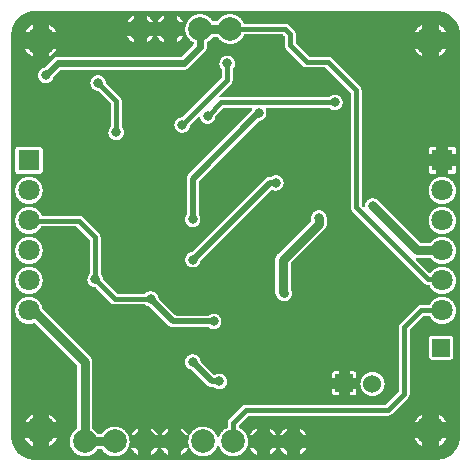
<source format=gbl>
G04 Layer: BottomLayer*
G04 EasyEDA v6.3.22, 2020-01-22T11:07:26+01:00*
G04 dbe5752f4b9e44bf826be982e50114fc,6ac03ef627a24f5ab7c901ca926ad83b,10*
G04 Gerber Generator version 0.2*
G04 Scale: 100 percent, Rotated: No, Reflected: No *
G04 Dimensions in millimeters *
G04 leading zeros omitted , absolute positions ,3 integer and 3 decimal *
%FSLAX33Y33*%
%MOMM*%
G90*
G71D02*

%ADD12C,0.799998*%
%ADD13C,0.399999*%
%ADD14C,0.599999*%
%ADD15C,0.750011*%
%ADD16C,0.499999*%
%ADD17C,0.999998*%
%ADD18C,0.610006*%
%ADD26R,1.524000X1.524000*%
%ADD27C,2.499995*%
%ADD28C,1.524000*%
%ADD29C,1.799996*%
%ADD30R,1.799996X1.799996*%
%ADD31C,1.999996*%

%LPD*%
G36*
G01X35999Y37997D02*
G01X1999Y37997D01*
G01X1935Y37996D01*
G01X1871Y37993D01*
G01X1807Y37988D01*
G01X1744Y37981D01*
G01X1680Y37972D01*
G01X1617Y37960D01*
G01X1555Y37947D01*
G01X1493Y37931D01*
G01X1431Y37914D01*
G01X1370Y37895D01*
G01X1310Y37874D01*
G01X1250Y37851D01*
G01X1191Y37826D01*
G01X1133Y37799D01*
G01X1075Y37770D01*
G01X1019Y37740D01*
G01X964Y37707D01*
G01X910Y37673D01*
G01X856Y37638D01*
G01X805Y37600D01*
G01X754Y37561D01*
G01X705Y37520D01*
G01X657Y37478D01*
G01X610Y37435D01*
G01X564Y37389D01*
G01X521Y37342D01*
G01X479Y37294D01*
G01X438Y37245D01*
G01X399Y37194D01*
G01X361Y37143D01*
G01X326Y37089D01*
G01X292Y37035D01*
G01X259Y36980D01*
G01X229Y36924D01*
G01X200Y36866D01*
G01X173Y36808D01*
G01X148Y36749D01*
G01X125Y36689D01*
G01X104Y36629D01*
G01X85Y36568D01*
G01X68Y36506D01*
G01X52Y36444D01*
G01X39Y36382D01*
G01X27Y36319D01*
G01X18Y36255D01*
G01X11Y36192D01*
G01X6Y36128D01*
G01X3Y36064D01*
G01X2Y36000D01*
G01X2Y2000D01*
G01X3Y1936D01*
G01X6Y1872D01*
G01X11Y1808D01*
G01X18Y1744D01*
G01X27Y1681D01*
G01X39Y1618D01*
G01X52Y1555D01*
G01X68Y1493D01*
G01X85Y1431D01*
G01X104Y1370D01*
G01X125Y1310D01*
G01X148Y1250D01*
G01X173Y1191D01*
G01X200Y1133D01*
G01X229Y1076D01*
G01X259Y1019D01*
G01X292Y964D01*
G01X326Y910D01*
G01X361Y857D01*
G01X399Y805D01*
G01X438Y754D01*
G01X479Y705D01*
G01X521Y656D01*
G01X564Y610D01*
G01X610Y564D01*
G01X657Y521D01*
G01X705Y479D01*
G01X754Y438D01*
G01X805Y399D01*
G01X856Y361D01*
G01X910Y325D01*
G01X964Y291D01*
G01X1019Y259D01*
G01X1075Y229D01*
G01X1133Y200D01*
G01X1191Y173D01*
G01X1250Y148D01*
G01X1310Y125D01*
G01X1370Y104D01*
G01X1431Y84D01*
G01X1493Y67D01*
G01X1555Y52D01*
G01X1617Y39D01*
G01X1680Y28D01*
G01X1744Y18D01*
G01X1807Y11D01*
G01X1871Y6D01*
G01X1935Y3D01*
G01X1999Y2D01*
G01X35999Y2D01*
G01X36063Y3D01*
G01X36127Y6D01*
G01X36191Y11D01*
G01X36255Y18D01*
G01X36318Y28D01*
G01X36381Y39D01*
G01X36444Y52D01*
G01X36506Y67D01*
G01X36568Y84D01*
G01X36629Y104D01*
G01X36689Y125D01*
G01X36749Y148D01*
G01X36808Y173D01*
G01X36866Y200D01*
G01X36923Y229D01*
G01X36980Y259D01*
G01X37035Y291D01*
G01X37089Y325D01*
G01X37142Y361D01*
G01X37194Y399D01*
G01X37245Y438D01*
G01X37294Y479D01*
G01X37343Y521D01*
G01X37389Y564D01*
G01X37435Y610D01*
G01X37478Y656D01*
G01X37520Y705D01*
G01X37561Y754D01*
G01X37600Y805D01*
G01X37638Y857D01*
G01X37674Y910D01*
G01X37708Y964D01*
G01X37740Y1019D01*
G01X37770Y1076D01*
G01X37799Y1133D01*
G01X37826Y1191D01*
G01X37851Y1250D01*
G01X37874Y1310D01*
G01X37895Y1370D01*
G01X37915Y1431D01*
G01X37932Y1493D01*
G01X37947Y1555D01*
G01X37960Y1618D01*
G01X37971Y1681D01*
G01X37981Y1744D01*
G01X37988Y1808D01*
G01X37993Y1872D01*
G01X37996Y1936D01*
G01X37997Y2000D01*
G01X37997Y36000D01*
G01X37996Y36064D01*
G01X37993Y36128D01*
G01X37988Y36192D01*
G01X37981Y36255D01*
G01X37971Y36319D01*
G01X37960Y36382D01*
G01X37947Y36444D01*
G01X37932Y36506D01*
G01X37915Y36568D01*
G01X37895Y36629D01*
G01X37874Y36689D01*
G01X37851Y36749D01*
G01X37826Y36808D01*
G01X37799Y36866D01*
G01X37770Y36924D01*
G01X37740Y36980D01*
G01X37708Y37035D01*
G01X37674Y37089D01*
G01X37638Y37143D01*
G01X37600Y37194D01*
G01X37561Y37245D01*
G01X37520Y37294D01*
G01X37478Y37342D01*
G01X37435Y37389D01*
G01X37389Y37435D01*
G01X37343Y37478D01*
G01X37294Y37520D01*
G01X37245Y37561D01*
G01X37194Y37600D01*
G01X37142Y37638D01*
G01X37089Y37673D01*
G01X37035Y37707D01*
G01X36980Y37740D01*
G01X36923Y37770D01*
G01X36866Y37799D01*
G01X36808Y37826D01*
G01X36749Y37851D01*
G01X36689Y37874D01*
G01X36629Y37895D01*
G01X36568Y37914D01*
G01X36506Y37931D01*
G01X36444Y37947D01*
G01X36381Y37960D01*
G01X36318Y37972D01*
G01X36255Y37981D01*
G01X36191Y37988D01*
G01X36127Y37993D01*
G01X36063Y37996D01*
G01X35999Y37997D01*
G37*

%LPC*%
G36*
G01X1548Y13805D02*
G01X1500Y13806D01*
G01X1450Y13805D01*
G01X1402Y13802D01*
G01X1353Y13797D01*
G01X1304Y13789D01*
G01X1256Y13780D01*
G01X1208Y13769D01*
G01X1161Y13755D01*
G01X1115Y13740D01*
G01X1068Y13723D01*
G01X1023Y13703D01*
G01X979Y13682D01*
G01X936Y13659D01*
G01X893Y13634D01*
G01X852Y13608D01*
G01X812Y13579D01*
G01X773Y13549D01*
G01X736Y13518D01*
G01X664Y13450D01*
G01X631Y13414D01*
G01X600Y13376D01*
G01X570Y13337D01*
G01X542Y13297D01*
G01X515Y13256D01*
G01X490Y13214D01*
G01X467Y13170D01*
G01X446Y13126D01*
G01X427Y13081D01*
G01X409Y13035D01*
G01X394Y12988D01*
G01X381Y12941D01*
G01X369Y12893D01*
G01X360Y12845D01*
G01X353Y12797D01*
G01X347Y12748D01*
G01X344Y12699D01*
G01X343Y12649D01*
G01X344Y12601D01*
G01X347Y12551D01*
G01X353Y12502D01*
G01X360Y12454D01*
G01X369Y12406D01*
G01X381Y12358D01*
G01X394Y12311D01*
G01X409Y12264D01*
G01X427Y12219D01*
G01X446Y12173D01*
G01X467Y12129D01*
G01X490Y12085D01*
G01X515Y12043D01*
G01X542Y12002D01*
G01X570Y11962D01*
G01X600Y11923D01*
G01X631Y11885D01*
G01X664Y11849D01*
G01X736Y11781D01*
G01X773Y11750D01*
G01X812Y11720D01*
G01X852Y11691D01*
G01X893Y11665D01*
G01X936Y11640D01*
G01X979Y11617D01*
G01X1023Y11596D01*
G01X1068Y11576D01*
G01X1115Y11559D01*
G01X1161Y11544D01*
G01X1208Y11530D01*
G01X1256Y11519D01*
G01X1304Y11510D01*
G01X1353Y11502D01*
G01X1402Y11497D01*
G01X1450Y11494D01*
G01X1500Y11493D01*
G01X1553Y11494D01*
G01X1607Y11498D01*
G01X1660Y11504D01*
G01X1712Y11513D01*
G01X1765Y11524D01*
G01X1817Y11537D01*
G01X1868Y11553D01*
G01X1918Y11571D01*
G01X1937Y11576D01*
G01X1955Y11578D01*
G01X1971Y11577D01*
G01X1986Y11573D01*
G01X2001Y11567D01*
G01X2015Y11559D01*
G01X2027Y11548D01*
G01X5536Y8039D01*
G01X5546Y8027D01*
G01X5555Y8014D01*
G01X5561Y7999D01*
G01X5565Y7983D01*
G01X5566Y7968D01*
G01X5566Y2677D01*
G01X5565Y2661D01*
G01X5561Y2645D01*
G01X5554Y2629D01*
G01X5545Y2616D01*
G01X5534Y2604D01*
G01X5521Y2593D01*
G01X5479Y2563D01*
G01X5439Y2532D01*
G01X5399Y2499D01*
G01X5361Y2465D01*
G01X5324Y2429D01*
G01X5289Y2392D01*
G01X5256Y2353D01*
G01X5224Y2314D01*
G01X5194Y2272D01*
G01X5165Y2229D01*
G01X5138Y2186D01*
G01X5090Y2096D01*
G01X5069Y2049D01*
G01X5050Y2001D01*
G01X5032Y1953D01*
G01X5017Y1904D01*
G01X5003Y1855D01*
G01X4992Y1805D01*
G01X4982Y1755D01*
G01X4975Y1704D01*
G01X4970Y1653D01*
G01X4967Y1602D01*
G01X4966Y1551D01*
G01X4967Y1500D01*
G01X4970Y1449D01*
G01X4975Y1399D01*
G01X4982Y1349D01*
G01X4991Y1299D01*
G01X5002Y1250D01*
G01X5015Y1201D01*
G01X5047Y1105D01*
G01X5066Y1058D01*
G01X5087Y1012D01*
G01X5110Y967D01*
G01X5134Y922D01*
G01X5160Y879D01*
G01X5188Y837D01*
G01X5218Y796D01*
G01X5249Y756D01*
G01X5282Y717D01*
G01X5316Y680D01*
G01X5352Y644D01*
G01X5389Y610D01*
G01X5428Y577D01*
G01X5468Y546D01*
G01X5509Y516D01*
G01X5551Y488D01*
G01X5594Y462D01*
G01X5639Y438D01*
G01X5684Y415D01*
G01X5730Y394D01*
G01X5777Y375D01*
G01X5873Y343D01*
G01X5922Y330D01*
G01X5971Y319D01*
G01X6021Y310D01*
G01X6071Y303D01*
G01X6121Y298D01*
G01X6172Y295D01*
G01X6223Y294D01*
G01X6274Y295D01*
G01X6325Y298D01*
G01X6376Y303D01*
G01X6427Y310D01*
G01X6477Y320D01*
G01X6527Y331D01*
G01X6576Y345D01*
G01X6625Y360D01*
G01X6673Y378D01*
G01X6721Y397D01*
G01X6768Y418D01*
G01X6858Y466D01*
G01X6901Y493D01*
G01X6944Y522D01*
G01X6986Y552D01*
G01X7025Y584D01*
G01X7064Y617D01*
G01X7101Y652D01*
G01X7137Y689D01*
G01X7171Y727D01*
G01X7204Y767D01*
G01X7235Y807D01*
G01X7265Y849D01*
G01X7276Y862D01*
G01X7288Y873D01*
G01X7301Y882D01*
G01X7317Y889D01*
G01X7333Y893D01*
G01X7349Y894D01*
G01X7636Y894D01*
G01X7652Y893D01*
G01X7668Y889D01*
G01X7684Y882D01*
G01X7697Y873D01*
G01X7709Y862D01*
G01X7720Y849D01*
G01X7750Y807D01*
G01X7781Y767D01*
G01X7814Y727D01*
G01X7848Y689D01*
G01X7884Y652D01*
G01X7921Y617D01*
G01X7960Y584D01*
G01X7999Y552D01*
G01X8041Y522D01*
G01X8084Y493D01*
G01X8127Y466D01*
G01X8217Y418D01*
G01X8264Y397D01*
G01X8312Y378D01*
G01X8360Y360D01*
G01X8409Y345D01*
G01X8458Y331D01*
G01X8508Y320D01*
G01X8558Y310D01*
G01X8609Y303D01*
G01X8660Y298D01*
G01X8711Y295D01*
G01X8763Y294D01*
G01X8813Y295D01*
G01X8864Y298D01*
G01X8914Y303D01*
G01X8964Y310D01*
G01X9014Y320D01*
G01X9063Y330D01*
G01X9112Y343D01*
G01X9208Y375D01*
G01X9255Y395D01*
G01X9301Y415D01*
G01X9347Y438D01*
G01X9391Y462D01*
G01X9434Y489D01*
G01X9476Y517D01*
G01X9517Y546D01*
G01X9558Y577D01*
G01X9596Y610D01*
G01X9633Y644D01*
G01X9669Y680D01*
G01X9703Y717D01*
G01X9736Y756D01*
G01X9767Y796D01*
G01X9797Y837D01*
G01X9825Y879D01*
G01X9851Y923D01*
G01X9875Y967D01*
G01X9898Y1012D01*
G01X9919Y1058D01*
G01X9938Y1105D01*
G01X9944Y1123D01*
G01X9961Y1175D01*
G01X9977Y1227D01*
G01X9990Y1280D01*
G01X10000Y1334D01*
G01X10009Y1387D01*
G01X10014Y1442D01*
G01X10018Y1496D01*
G01X10019Y1551D01*
G01X10018Y1605D01*
G01X10014Y1659D01*
G01X10009Y1714D01*
G01X10000Y1767D01*
G01X9990Y1821D01*
G01X9977Y1874D01*
G01X9961Y1926D01*
G01X9944Y1978D01*
G01X9938Y1996D01*
G01X9919Y2043D01*
G01X9898Y2089D01*
G01X9875Y2134D01*
G01X9851Y2178D01*
G01X9825Y2222D01*
G01X9797Y2264D01*
G01X9767Y2305D01*
G01X9736Y2345D01*
G01X9703Y2384D01*
G01X9669Y2421D01*
G01X9633Y2457D01*
G01X9596Y2491D01*
G01X9558Y2524D01*
G01X9517Y2555D01*
G01X9476Y2584D01*
G01X9434Y2612D01*
G01X9391Y2639D01*
G01X9347Y2663D01*
G01X9301Y2686D01*
G01X9255Y2706D01*
G01X9208Y2726D01*
G01X9112Y2758D01*
G01X9063Y2771D01*
G01X9014Y2781D01*
G01X8964Y2791D01*
G01X8914Y2798D01*
G01X8864Y2803D01*
G01X8813Y2806D01*
G01X8763Y2807D01*
G01X8711Y2806D01*
G01X8660Y2803D01*
G01X8609Y2798D01*
G01X8558Y2791D01*
G01X8508Y2781D01*
G01X8458Y2770D01*
G01X8409Y2756D01*
G01X8360Y2741D01*
G01X8312Y2723D01*
G01X8264Y2704D01*
G01X8217Y2683D01*
G01X8127Y2635D01*
G01X8084Y2608D01*
G01X8041Y2579D01*
G01X7999Y2549D01*
G01X7960Y2517D01*
G01X7921Y2484D01*
G01X7884Y2449D01*
G01X7848Y2412D01*
G01X7814Y2374D01*
G01X7781Y2334D01*
G01X7750Y2294D01*
G01X7720Y2252D01*
G01X7709Y2239D01*
G01X7697Y2228D01*
G01X7684Y2219D01*
G01X7668Y2212D01*
G01X7652Y2208D01*
G01X7636Y2207D01*
G01X7349Y2207D01*
G01X7333Y2208D01*
G01X7317Y2212D01*
G01X7301Y2219D01*
G01X7288Y2228D01*
G01X7276Y2239D01*
G01X7265Y2252D01*
G01X7234Y2296D01*
G01X7201Y2339D01*
G01X7166Y2380D01*
G01X7130Y2420D01*
G01X7092Y2458D01*
G01X7052Y2494D01*
G01X7011Y2529D01*
G01X6968Y2562D01*
G01X6924Y2593D01*
G01X6911Y2604D01*
G01X6900Y2616D01*
G01X6891Y2629D01*
G01X6884Y2645D01*
G01X6880Y2661D01*
G01X6879Y2677D01*
G01X6879Y8282D01*
G01X6878Y8318D01*
G01X6875Y8355D01*
G01X6870Y8391D01*
G01X6863Y8428D01*
G01X6853Y8463D01*
G01X6842Y8498D01*
G01X6829Y8533D01*
G01X6814Y8566D01*
G01X6797Y8599D01*
G01X6778Y8631D01*
G01X6758Y8661D01*
G01X6736Y8691D01*
G01X6712Y8719D01*
G01X6687Y8746D01*
G01X2673Y12760D01*
G01X2662Y12772D01*
G01X2654Y12786D01*
G01X2648Y12801D01*
G01X2644Y12817D01*
G01X2636Y12865D01*
G01X2626Y12912D01*
G01X2614Y12959D01*
G01X2600Y13005D01*
G01X2584Y13052D01*
G01X2566Y13096D01*
G01X2547Y13141D01*
G01X2525Y13184D01*
G01X2502Y13227D01*
G01X2477Y13269D01*
G01X2450Y13309D01*
G01X2422Y13348D01*
G01X2391Y13386D01*
G01X2360Y13423D01*
G01X2327Y13458D01*
G01X2292Y13492D01*
G01X2256Y13525D01*
G01X2218Y13556D01*
G01X2180Y13585D01*
G01X2140Y13612D01*
G01X2099Y13638D01*
G01X2057Y13663D01*
G01X2014Y13685D01*
G01X1971Y13706D01*
G01X1926Y13725D01*
G01X1834Y13757D01*
G01X1788Y13769D01*
G01X1740Y13781D01*
G01X1693Y13790D01*
G01X1645Y13797D01*
G01X1597Y13802D01*
G01X1548Y13805D01*
G37*
G36*
G01X36549Y13805D02*
G01X36500Y13806D01*
G01X36450Y13805D01*
G01X36401Y13802D01*
G01X36352Y13796D01*
G01X36303Y13789D01*
G01X36254Y13780D01*
G01X36206Y13768D01*
G01X36159Y13755D01*
G01X36112Y13739D01*
G01X36066Y13722D01*
G01X36020Y13702D01*
G01X35976Y13681D01*
G01X35932Y13658D01*
G01X35890Y13632D01*
G01X35849Y13605D01*
G01X35808Y13577D01*
G01X35769Y13546D01*
G01X35732Y13514D01*
G01X35696Y13481D01*
G01X35661Y13446D01*
G01X35628Y13409D01*
G01X35596Y13371D01*
G01X35566Y13332D01*
G01X35538Y13291D01*
G01X35511Y13250D01*
G01X35486Y13207D01*
G01X35463Y13163D01*
G01X35455Y13150D01*
G01X35445Y13137D01*
G01X35433Y13127D01*
G01X35419Y13118D01*
G01X35404Y13112D01*
G01X35388Y13108D01*
G01X35373Y13107D01*
G01X34721Y13107D01*
G01X34689Y13105D01*
G01X34656Y13102D01*
G01X34624Y13096D01*
G01X34593Y13088D01*
G01X34562Y13078D01*
G01X34532Y13065D01*
G01X34502Y13051D01*
G01X34474Y13034D01*
G01X34447Y13016D01*
G01X34422Y12995D01*
G01X34399Y12973D01*
G01X32951Y11525D01*
G01X32929Y11502D01*
G01X32908Y11476D01*
G01X32889Y11449D01*
G01X32873Y11421D01*
G01X32858Y11392D01*
G01X32846Y11362D01*
G01X32836Y11331D01*
G01X32827Y11300D01*
G01X32821Y11268D01*
G01X32818Y11235D01*
G01X32817Y11203D01*
G01X32817Y5825D01*
G01X32816Y5810D01*
G01X32812Y5794D01*
G01X32806Y5779D01*
G01X32798Y5766D01*
G01X32787Y5754D01*
G01X31720Y4686D01*
G01X31707Y4676D01*
G01X31694Y4667D01*
G01X31679Y4661D01*
G01X31664Y4657D01*
G01X31648Y4656D01*
G01X19870Y4656D01*
G01X19837Y4655D01*
G01X19805Y4652D01*
G01X19773Y4646D01*
G01X19741Y4638D01*
G01X19710Y4627D01*
G01X19680Y4615D01*
G01X19651Y4601D01*
G01X19623Y4584D01*
G01X19596Y4565D01*
G01X19571Y4545D01*
G01X19547Y4522D01*
G01X18473Y3448D01*
G01X18451Y3425D01*
G01X18430Y3399D01*
G01X18411Y3372D01*
G01X18395Y3344D01*
G01X18380Y3315D01*
G01X18368Y3285D01*
G01X18358Y3254D01*
G01X18349Y3222D01*
G01X18343Y3190D01*
G01X18340Y3158D01*
G01X18339Y3125D01*
G01X18339Y2788D01*
G01X18338Y2774D01*
G01X18335Y2760D01*
G01X18330Y2746D01*
G01X18323Y2734D01*
G01X18314Y2722D01*
G01X18304Y2712D01*
G01X18292Y2703D01*
G01X18279Y2696D01*
G01X18232Y2674D01*
G01X18186Y2649D01*
G01X18141Y2623D01*
G01X18098Y2595D01*
G01X18055Y2566D01*
G01X18014Y2534D01*
G01X17974Y2501D01*
G01X17935Y2466D01*
G01X17898Y2430D01*
G01X17863Y2392D01*
G01X17829Y2353D01*
G01X17796Y2313D01*
G01X17766Y2270D01*
G01X17737Y2227D01*
G01X17710Y2183D01*
G01X17685Y2138D01*
G01X17661Y2091D01*
G01X17640Y2044D01*
G01X17620Y1996D01*
G01X17614Y1982D01*
G01X17605Y1969D01*
G01X17595Y1958D01*
G01X17583Y1948D01*
G01X17570Y1941D01*
G01X17556Y1935D01*
G01X17541Y1932D01*
G01X17526Y1930D01*
G01X17510Y1932D01*
G01X17495Y1935D01*
G01X17481Y1941D01*
G01X17468Y1948D01*
G01X17456Y1958D01*
G01X17446Y1969D01*
G01X17437Y1982D01*
G01X17431Y1996D01*
G01X17412Y2043D01*
G01X17391Y2089D01*
G01X17368Y2134D01*
G01X17344Y2178D01*
G01X17318Y2222D01*
G01X17290Y2264D01*
G01X17260Y2305D01*
G01X17229Y2345D01*
G01X17196Y2384D01*
G01X17162Y2421D01*
G01X17126Y2457D01*
G01X17089Y2491D01*
G01X17051Y2524D01*
G01X17010Y2555D01*
G01X16969Y2584D01*
G01X16927Y2612D01*
G01X16884Y2639D01*
G01X16840Y2663D01*
G01X16794Y2686D01*
G01X16748Y2706D01*
G01X16701Y2726D01*
G01X16605Y2758D01*
G01X16556Y2771D01*
G01X16507Y2781D01*
G01X16457Y2791D01*
G01X16407Y2798D01*
G01X16357Y2803D01*
G01X16306Y2806D01*
G01X16256Y2807D01*
G01X16205Y2806D01*
G01X16154Y2803D01*
G01X16103Y2798D01*
G01X16053Y2791D01*
G01X16003Y2781D01*
G01X15953Y2770D01*
G01X15904Y2757D01*
G01X15855Y2742D01*
G01X15807Y2724D01*
G01X15760Y2705D01*
G01X15714Y2684D01*
G01X15668Y2661D01*
G01X15624Y2637D01*
G01X15580Y2610D01*
G01X15538Y2582D01*
G01X15497Y2552D01*
G01X15457Y2521D01*
G01X15418Y2488D01*
G01X15381Y2453D01*
G01X15345Y2417D01*
G01X15311Y2379D01*
G01X15278Y2340D01*
G01X15247Y2300D01*
G01X15218Y2259D01*
G01X15190Y2216D01*
G01X15163Y2172D01*
G01X15139Y2128D01*
G01X15130Y2113D01*
G01X15119Y2101D01*
G01X15106Y2091D01*
G01X15092Y2082D01*
G01X15076Y2076D01*
G01X15060Y2073D01*
G01X15068Y2060D01*
G01X15075Y2044D01*
G01X15078Y2029D01*
G01X15080Y2012D01*
G01X15078Y1995D01*
G01X15074Y1978D01*
G01X15057Y1926D01*
G01X15041Y1874D01*
G01X15028Y1821D01*
G01X15018Y1767D01*
G01X15009Y1714D01*
G01X15004Y1659D01*
G01X15000Y1605D01*
G01X14999Y1551D01*
G01X15000Y1496D01*
G01X15004Y1442D01*
G01X15009Y1387D01*
G01X15018Y1334D01*
G01X15028Y1280D01*
G01X15041Y1227D01*
G01X15057Y1175D01*
G01X15074Y1123D01*
G01X15078Y1106D01*
G01X15080Y1089D01*
G01X15078Y1072D01*
G01X15075Y1057D01*
G01X15068Y1041D01*
G01X15060Y1028D01*
G01X15076Y1025D01*
G01X15092Y1019D01*
G01X15106Y1010D01*
G01X15119Y1000D01*
G01X15130Y988D01*
G01X15139Y973D01*
G01X15163Y929D01*
G01X15190Y885D01*
G01X15218Y842D01*
G01X15247Y801D01*
G01X15278Y761D01*
G01X15311Y722D01*
G01X15345Y684D01*
G01X15381Y648D01*
G01X15418Y613D01*
G01X15457Y580D01*
G01X15497Y549D01*
G01X15538Y519D01*
G01X15580Y491D01*
G01X15624Y464D01*
G01X15668Y440D01*
G01X15714Y417D01*
G01X15760Y396D01*
G01X15807Y377D01*
G01X15855Y359D01*
G01X15904Y344D01*
G01X15953Y331D01*
G01X16003Y320D01*
G01X16053Y310D01*
G01X16103Y303D01*
G01X16154Y298D01*
G01X16205Y295D01*
G01X16256Y294D01*
G01X16306Y295D01*
G01X16357Y298D01*
G01X16407Y303D01*
G01X16457Y310D01*
G01X16507Y320D01*
G01X16556Y330D01*
G01X16605Y343D01*
G01X16701Y375D01*
G01X16748Y395D01*
G01X16794Y415D01*
G01X16840Y438D01*
G01X16884Y462D01*
G01X16927Y489D01*
G01X16969Y517D01*
G01X17010Y546D01*
G01X17051Y577D01*
G01X17089Y610D01*
G01X17126Y644D01*
G01X17162Y680D01*
G01X17196Y717D01*
G01X17229Y756D01*
G01X17260Y796D01*
G01X17290Y837D01*
G01X17318Y879D01*
G01X17344Y923D01*
G01X17368Y967D01*
G01X17391Y1012D01*
G01X17412Y1058D01*
G01X17431Y1105D01*
G01X17437Y1119D01*
G01X17446Y1132D01*
G01X17456Y1143D01*
G01X17468Y1153D01*
G01X17481Y1160D01*
G01X17495Y1166D01*
G01X17510Y1170D01*
G01X17526Y1171D01*
G01X17541Y1170D01*
G01X17556Y1166D01*
G01X17570Y1160D01*
G01X17583Y1153D01*
G01X17595Y1143D01*
G01X17605Y1132D01*
G01X17614Y1119D01*
G01X17620Y1105D01*
G01X17639Y1058D01*
G01X17660Y1012D01*
G01X17683Y967D01*
G01X17707Y923D01*
G01X17733Y879D01*
G01X17761Y837D01*
G01X17791Y796D01*
G01X17822Y756D01*
G01X17855Y717D01*
G01X17889Y680D01*
G01X17925Y644D01*
G01X17962Y610D01*
G01X18000Y577D01*
G01X18041Y546D01*
G01X18082Y517D01*
G01X18124Y489D01*
G01X18167Y462D01*
G01X18211Y438D01*
G01X18257Y415D01*
G01X18303Y395D01*
G01X18350Y375D01*
G01X18446Y343D01*
G01X18495Y330D01*
G01X18544Y320D01*
G01X18594Y310D01*
G01X18644Y303D01*
G01X18694Y298D01*
G01X18745Y295D01*
G01X18796Y294D01*
G01X18846Y295D01*
G01X18897Y298D01*
G01X18947Y303D01*
G01X18997Y310D01*
G01X19047Y320D01*
G01X19096Y330D01*
G01X19145Y343D01*
G01X19241Y375D01*
G01X19288Y395D01*
G01X19334Y415D01*
G01X19380Y438D01*
G01X19424Y462D01*
G01X19467Y489D01*
G01X19509Y517D01*
G01X19550Y546D01*
G01X19591Y577D01*
G01X19629Y610D01*
G01X19666Y644D01*
G01X19702Y680D01*
G01X19736Y717D01*
G01X19769Y756D01*
G01X19800Y796D01*
G01X19830Y837D01*
G01X19858Y879D01*
G01X19884Y923D01*
G01X19908Y967D01*
G01X19931Y1012D01*
G01X19952Y1058D01*
G01X19971Y1105D01*
G01X19977Y1123D01*
G01X19994Y1175D01*
G01X20010Y1227D01*
G01X20023Y1280D01*
G01X20033Y1334D01*
G01X20042Y1387D01*
G01X20047Y1442D01*
G01X20051Y1496D01*
G01X20052Y1551D01*
G01X20051Y1605D01*
G01X20047Y1659D01*
G01X20042Y1714D01*
G01X20033Y1767D01*
G01X20023Y1821D01*
G01X20010Y1874D01*
G01X19994Y1926D01*
G01X19977Y1978D01*
G01X19971Y1996D01*
G01X19951Y2044D01*
G01X19930Y2091D01*
G01X19906Y2138D01*
G01X19881Y2183D01*
G01X19854Y2227D01*
G01X19825Y2270D01*
G01X19795Y2313D01*
G01X19762Y2353D01*
G01X19728Y2392D01*
G01X19693Y2430D01*
G01X19656Y2466D01*
G01X19617Y2501D01*
G01X19577Y2534D01*
G01X19536Y2566D01*
G01X19493Y2595D01*
G01X19450Y2623D01*
G01X19405Y2649D01*
G01X19359Y2674D01*
G01X19312Y2696D01*
G01X19299Y2703D01*
G01X19287Y2712D01*
G01X19277Y2722D01*
G01X19268Y2734D01*
G01X19261Y2746D01*
G01X19256Y2760D01*
G01X19253Y2774D01*
G01X19252Y2788D01*
G01X19252Y2894D01*
G01X19253Y2910D01*
G01X19257Y2926D01*
G01X19263Y2940D01*
G01X19271Y2954D01*
G01X19282Y2966D01*
G01X20029Y3714D01*
G01X20042Y3724D01*
G01X20055Y3732D01*
G01X20070Y3738D01*
G01X20085Y3742D01*
G01X20101Y3743D01*
G01X31879Y3743D01*
G01X31912Y3745D01*
G01X31944Y3748D01*
G01X31976Y3754D01*
G01X32008Y3762D01*
G01X32039Y3772D01*
G01X32069Y3785D01*
G01X32098Y3799D01*
G01X32126Y3816D01*
G01X32153Y3834D01*
G01X32178Y3855D01*
G01X32202Y3877D01*
G01X33596Y5272D01*
G01X33618Y5295D01*
G01X33639Y5320D01*
G01X33658Y5347D01*
G01X33674Y5375D01*
G01X33689Y5405D01*
G01X33701Y5435D01*
G01X33711Y5466D01*
G01X33720Y5497D01*
G01X33726Y5529D01*
G01X33729Y5562D01*
G01X33730Y5594D01*
G01X33730Y10971D01*
G01X33731Y10987D01*
G01X33735Y11003D01*
G01X33741Y11018D01*
G01X33749Y11031D01*
G01X33760Y11043D01*
G01X34881Y12164D01*
G01X34893Y12174D01*
G01X34906Y12183D01*
G01X34921Y12189D01*
G01X34937Y12193D01*
G01X34952Y12194D01*
G01X35372Y12194D01*
G01X35388Y12193D01*
G01X35404Y12189D01*
G01X35418Y12182D01*
G01X35432Y12174D01*
G01X35444Y12163D01*
G01X35454Y12151D01*
G01X35462Y12137D01*
G01X35485Y12094D01*
G01X35510Y12050D01*
G01X35537Y12009D01*
G01X35565Y11968D01*
G01X35595Y11929D01*
G01X35627Y11891D01*
G01X35660Y11854D01*
G01X35695Y11819D01*
G01X35731Y11785D01*
G01X35769Y11753D01*
G01X35807Y11723D01*
G01X35848Y11694D01*
G01X35889Y11667D01*
G01X35932Y11642D01*
G01X35976Y11619D01*
G01X36020Y11597D01*
G01X36065Y11577D01*
G01X36112Y11560D01*
G01X36158Y11544D01*
G01X36206Y11531D01*
G01X36254Y11519D01*
G01X36303Y11510D01*
G01X36351Y11503D01*
G01X36401Y11497D01*
G01X36450Y11494D01*
G01X36500Y11493D01*
G01X36549Y11494D01*
G01X36598Y11497D01*
G01X36647Y11502D01*
G01X36695Y11510D01*
G01X36743Y11519D01*
G01X36791Y11530D01*
G01X36838Y11544D01*
G01X36885Y11559D01*
G01X36931Y11576D01*
G01X36976Y11596D01*
G01X37020Y11617D01*
G01X37064Y11640D01*
G01X37106Y11665D01*
G01X37147Y11691D01*
G01X37187Y11720D01*
G01X37226Y11750D01*
G01X37264Y11781D01*
G01X37300Y11815D01*
G01X37334Y11849D01*
G01X37368Y11885D01*
G01X37399Y11923D01*
G01X37429Y11962D01*
G01X37458Y12002D01*
G01X37484Y12043D01*
G01X37509Y12085D01*
G01X37532Y12129D01*
G01X37553Y12173D01*
G01X37573Y12219D01*
G01X37590Y12264D01*
G01X37605Y12311D01*
G01X37619Y12358D01*
G01X37630Y12406D01*
G01X37639Y12454D01*
G01X37647Y12502D01*
G01X37652Y12551D01*
G01X37655Y12601D01*
G01X37656Y12649D01*
G01X37655Y12699D01*
G01X37652Y12748D01*
G01X37647Y12797D01*
G01X37639Y12845D01*
G01X37630Y12893D01*
G01X37619Y12941D01*
G01X37605Y12988D01*
G01X37590Y13035D01*
G01X37573Y13081D01*
G01X37553Y13126D01*
G01X37532Y13170D01*
G01X37509Y13214D01*
G01X37484Y13256D01*
G01X37458Y13297D01*
G01X37429Y13337D01*
G01X37399Y13376D01*
G01X37368Y13414D01*
G01X37334Y13450D01*
G01X37300Y13484D01*
G01X37264Y13518D01*
G01X37226Y13549D01*
G01X37187Y13579D01*
G01X37147Y13608D01*
G01X37106Y13634D01*
G01X37064Y13659D01*
G01X37020Y13682D01*
G01X36976Y13703D01*
G01X36931Y13723D01*
G01X36885Y13740D01*
G01X36838Y13755D01*
G01X36791Y13769D01*
G01X36743Y13780D01*
G01X36695Y13789D01*
G01X36647Y13797D01*
G01X36598Y13802D01*
G01X36549Y13805D01*
G37*
G36*
G01X12426Y987D02*
G01X11866Y987D01*
G01X11866Y427D01*
G01X11914Y453D01*
G01X11960Y480D01*
G01X12005Y509D01*
G01X12049Y540D01*
G01X12091Y573D01*
G01X12132Y607D01*
G01X12172Y643D01*
G01X12210Y681D01*
G01X12246Y721D01*
G01X12280Y762D01*
G01X12313Y804D01*
G01X12344Y848D01*
G01X12373Y893D01*
G01X12400Y939D01*
G01X12426Y987D01*
G37*
G36*
G01X10739Y987D02*
G01X10179Y987D01*
G01X10205Y939D01*
G01X10232Y893D01*
G01X10261Y848D01*
G01X10292Y804D01*
G01X10325Y762D01*
G01X10359Y721D01*
G01X10395Y681D01*
G01X10433Y643D01*
G01X10473Y607D01*
G01X10514Y573D01*
G01X10556Y540D01*
G01X10600Y509D01*
G01X10645Y480D01*
G01X10691Y453D01*
G01X10739Y427D01*
G01X10739Y987D01*
G37*
G36*
G01X13279Y987D02*
G01X12719Y987D01*
G01X12745Y939D01*
G01X12772Y893D01*
G01X12801Y848D01*
G01X12832Y804D01*
G01X12865Y762D01*
G01X12899Y721D01*
G01X12935Y681D01*
G01X12973Y643D01*
G01X13013Y607D01*
G01X13054Y573D01*
G01X13096Y540D01*
G01X13140Y509D01*
G01X13185Y480D01*
G01X13231Y453D01*
G01X13279Y427D01*
G01X13279Y987D01*
G37*
G36*
G01X22459Y987D02*
G01X21899Y987D01*
G01X21899Y427D01*
G01X21947Y453D01*
G01X21993Y480D01*
G01X22038Y509D01*
G01X22082Y540D01*
G01X22124Y573D01*
G01X22165Y607D01*
G01X22205Y643D01*
G01X22243Y681D01*
G01X22279Y721D01*
G01X22313Y762D01*
G01X22346Y804D01*
G01X22377Y848D01*
G01X22406Y893D01*
G01X22433Y939D01*
G01X22459Y987D01*
G37*
G36*
G01X24999Y987D02*
G01X24439Y987D01*
G01X24439Y427D01*
G01X24487Y453D01*
G01X24533Y480D01*
G01X24578Y509D01*
G01X24622Y540D01*
G01X24664Y573D01*
G01X24705Y607D01*
G01X24745Y643D01*
G01X24783Y681D01*
G01X24819Y721D01*
G01X24853Y762D01*
G01X24886Y804D01*
G01X24917Y848D01*
G01X24946Y893D01*
G01X24973Y939D01*
G01X24999Y987D01*
G37*
G36*
G01X23312Y987D02*
G01X22752Y987D01*
G01X22778Y939D01*
G01X22805Y893D01*
G01X22834Y848D01*
G01X22865Y804D01*
G01X22898Y762D01*
G01X22932Y721D01*
G01X22968Y681D01*
G01X23006Y643D01*
G01X23046Y607D01*
G01X23087Y573D01*
G01X23129Y540D01*
G01X23173Y509D01*
G01X23218Y480D01*
G01X23264Y453D01*
G01X23312Y427D01*
G01X23312Y987D01*
G37*
G36*
G01X20772Y987D02*
G01X20212Y987D01*
G01X20238Y939D01*
G01X20265Y893D01*
G01X20294Y848D01*
G01X20325Y804D01*
G01X20358Y762D01*
G01X20392Y721D01*
G01X20428Y681D01*
G01X20466Y643D01*
G01X20506Y607D01*
G01X20547Y573D01*
G01X20589Y540D01*
G01X20633Y509D01*
G01X20678Y480D01*
G01X20724Y453D01*
G01X20772Y427D01*
G01X20772Y987D01*
G37*
G36*
G01X14967Y987D02*
G01X14406Y987D01*
G01X14406Y427D01*
G01X14453Y452D01*
G01X14498Y479D01*
G01X14543Y507D01*
G01X14586Y537D01*
G01X14627Y569D01*
G01X14667Y603D01*
G01X14707Y638D01*
G01X14744Y675D01*
G01X14780Y714D01*
G01X14814Y754D01*
G01X14847Y796D01*
G01X14878Y838D01*
G01X14907Y882D01*
G01X14934Y927D01*
G01X14959Y973D01*
G01X14967Y987D01*
G37*
G36*
G01X1811Y1811D02*
G01X1160Y1811D01*
G01X1187Y1759D01*
G01X1217Y1709D01*
G01X1249Y1660D01*
G01X1282Y1612D01*
G01X1318Y1565D01*
G01X1355Y1520D01*
G01X1394Y1476D01*
G01X1434Y1434D01*
G01X1477Y1394D01*
G01X1520Y1355D01*
G01X1566Y1317D01*
G01X1612Y1282D01*
G01X1660Y1249D01*
G01X1709Y1217D01*
G01X1760Y1187D01*
G01X1811Y1159D01*
G01X1811Y1811D01*
G37*
G36*
G01X3839Y1811D02*
G01X3188Y1811D01*
G01X3188Y1159D01*
G01X3240Y1187D01*
G01X3290Y1217D01*
G01X3339Y1249D01*
G01X3387Y1282D01*
G01X3434Y1317D01*
G01X3479Y1355D01*
G01X3522Y1394D01*
G01X3565Y1434D01*
G01X3605Y1476D01*
G01X3644Y1520D01*
G01X3681Y1565D01*
G01X3717Y1612D01*
G01X3751Y1660D01*
G01X3782Y1709D01*
G01X3812Y1759D01*
G01X3839Y1811D01*
G37*
G36*
G01X34811Y1811D02*
G01X34159Y1811D01*
G01X34187Y1759D01*
G01X34217Y1709D01*
G01X34249Y1660D01*
G01X34282Y1612D01*
G01X34317Y1565D01*
G01X34355Y1520D01*
G01X34394Y1476D01*
G01X34434Y1434D01*
G01X34476Y1394D01*
G01X34520Y1355D01*
G01X34565Y1317D01*
G01X34612Y1282D01*
G01X34660Y1249D01*
G01X34709Y1217D01*
G01X34759Y1187D01*
G01X34811Y1159D01*
G01X34811Y1811D01*
G37*
G36*
G01X36840Y1811D02*
G01X36188Y1811D01*
G01X36188Y1159D01*
G01X36240Y1187D01*
G01X36290Y1217D01*
G01X36339Y1249D01*
G01X36387Y1282D01*
G01X36434Y1317D01*
G01X36479Y1355D01*
G01X36523Y1394D01*
G01X36565Y1434D01*
G01X36605Y1476D01*
G01X36644Y1520D01*
G01X36682Y1565D01*
G01X36717Y1612D01*
G01X36750Y1660D01*
G01X36782Y1709D01*
G01X36812Y1759D01*
G01X36840Y1811D01*
G37*
G36*
G01X11914Y2648D02*
G01X11866Y2674D01*
G01X11866Y2114D01*
G01X12426Y2114D01*
G01X12400Y2162D01*
G01X12373Y2208D01*
G01X12344Y2253D01*
G01X12313Y2297D01*
G01X12280Y2339D01*
G01X12246Y2380D01*
G01X12210Y2420D01*
G01X12172Y2458D01*
G01X12132Y2494D01*
G01X12091Y2528D01*
G01X12049Y2561D01*
G01X12005Y2592D01*
G01X11960Y2621D01*
G01X11914Y2648D01*
G37*
G36*
G01X10739Y2114D02*
G01X10739Y2674D01*
G01X10691Y2648D01*
G01X10645Y2621D01*
G01X10600Y2592D01*
G01X10556Y2561D01*
G01X10514Y2528D01*
G01X10473Y2494D01*
G01X10433Y2458D01*
G01X10395Y2420D01*
G01X10359Y2380D01*
G01X10325Y2339D01*
G01X10292Y2297D01*
G01X10261Y2253D01*
G01X10232Y2208D01*
G01X10205Y2162D01*
G01X10179Y2114D01*
G01X10739Y2114D01*
G37*
G36*
G01X13279Y2114D02*
G01X13279Y2674D01*
G01X13231Y2648D01*
G01X13185Y2621D01*
G01X13140Y2592D01*
G01X13096Y2561D01*
G01X13054Y2528D01*
G01X13013Y2494D01*
G01X12973Y2458D01*
G01X12935Y2420D01*
G01X12899Y2380D01*
G01X12865Y2339D01*
G01X12832Y2297D01*
G01X12801Y2253D01*
G01X12772Y2208D01*
G01X12745Y2162D01*
G01X12719Y2114D01*
G01X13279Y2114D01*
G37*
G36*
G01X21947Y2648D02*
G01X21899Y2674D01*
G01X21899Y2114D01*
G01X22459Y2114D01*
G01X22433Y2162D01*
G01X22406Y2208D01*
G01X22377Y2253D01*
G01X22346Y2297D01*
G01X22313Y2339D01*
G01X22279Y2380D01*
G01X22243Y2420D01*
G01X22205Y2458D01*
G01X22165Y2494D01*
G01X22124Y2528D01*
G01X22082Y2561D01*
G01X22038Y2592D01*
G01X21993Y2621D01*
G01X21947Y2648D01*
G37*
G36*
G01X20772Y2114D02*
G01X20772Y2674D01*
G01X20724Y2648D01*
G01X20678Y2621D01*
G01X20633Y2592D01*
G01X20589Y2561D01*
G01X20547Y2528D01*
G01X20506Y2494D01*
G01X20466Y2458D01*
G01X20428Y2420D01*
G01X20392Y2380D01*
G01X20358Y2339D01*
G01X20325Y2297D01*
G01X20294Y2253D01*
G01X20265Y2208D01*
G01X20238Y2162D01*
G01X20212Y2114D01*
G01X20772Y2114D01*
G37*
G36*
G01X23312Y2114D02*
G01X23312Y2674D01*
G01X23264Y2648D01*
G01X23218Y2621D01*
G01X23173Y2592D01*
G01X23129Y2561D01*
G01X23087Y2528D01*
G01X23046Y2494D01*
G01X23006Y2458D01*
G01X22968Y2420D01*
G01X22932Y2380D01*
G01X22898Y2339D01*
G01X22865Y2297D01*
G01X22834Y2253D01*
G01X22805Y2208D01*
G01X22778Y2162D01*
G01X22752Y2114D01*
G01X23312Y2114D01*
G37*
G36*
G01X24487Y2648D02*
G01X24439Y2674D01*
G01X24439Y2114D01*
G01X24999Y2114D01*
G01X24973Y2162D01*
G01X24946Y2208D01*
G01X24917Y2253D01*
G01X24886Y2297D01*
G01X24853Y2339D01*
G01X24819Y2380D01*
G01X24783Y2420D01*
G01X24745Y2458D01*
G01X24705Y2494D01*
G01X24664Y2528D01*
G01X24622Y2561D01*
G01X24578Y2592D01*
G01X24533Y2621D01*
G01X24487Y2648D01*
G37*
G36*
G01X14453Y2649D02*
G01X14406Y2674D01*
G01X14406Y2114D01*
G01X14967Y2114D01*
G01X14959Y2128D01*
G01X14934Y2174D01*
G01X14907Y2219D01*
G01X14878Y2263D01*
G01X14847Y2305D01*
G01X14814Y2347D01*
G01X14780Y2387D01*
G01X14744Y2426D01*
G01X14707Y2463D01*
G01X14667Y2498D01*
G01X14627Y2532D01*
G01X14586Y2564D01*
G01X14543Y2594D01*
G01X14498Y2622D01*
G01X14453Y2649D01*
G37*
G36*
G01X3240Y3812D02*
G01X3188Y3840D01*
G01X3188Y3188D01*
G01X3839Y3188D01*
G01X3812Y3240D01*
G01X3782Y3290D01*
G01X3751Y3339D01*
G01X3717Y3387D01*
G01X3681Y3434D01*
G01X3644Y3479D01*
G01X3605Y3523D01*
G01X3565Y3565D01*
G01X3522Y3605D01*
G01X3479Y3644D01*
G01X3434Y3682D01*
G01X3387Y3717D01*
G01X3339Y3750D01*
G01X3290Y3782D01*
G01X3240Y3812D01*
G37*
G36*
G01X1811Y3188D02*
G01X1811Y3840D01*
G01X1760Y3812D01*
G01X1709Y3782D01*
G01X1660Y3750D01*
G01X1612Y3717D01*
G01X1566Y3682D01*
G01X1520Y3644D01*
G01X1477Y3605D01*
G01X1434Y3565D01*
G01X1394Y3523D01*
G01X1355Y3479D01*
G01X1318Y3434D01*
G01X1282Y3387D01*
G01X1249Y3339D01*
G01X1217Y3290D01*
G01X1187Y3240D01*
G01X1160Y3188D01*
G01X1811Y3188D01*
G37*
G36*
G01X34811Y3188D02*
G01X34811Y3840D01*
G01X34759Y3812D01*
G01X34709Y3782D01*
G01X34660Y3750D01*
G01X34612Y3717D01*
G01X34565Y3682D01*
G01X34520Y3644D01*
G01X34476Y3605D01*
G01X34434Y3565D01*
G01X34394Y3523D01*
G01X34355Y3479D01*
G01X34317Y3434D01*
G01X34282Y3387D01*
G01X34249Y3339D01*
G01X34217Y3290D01*
G01X34187Y3240D01*
G01X34159Y3188D01*
G01X34811Y3188D01*
G37*
G36*
G01X36240Y3812D02*
G01X36188Y3840D01*
G01X36188Y3188D01*
G01X36840Y3188D01*
G01X36812Y3240D01*
G01X36782Y3290D01*
G01X36750Y3339D01*
G01X36717Y3387D01*
G01X36682Y3434D01*
G01X36644Y3479D01*
G01X36605Y3523D01*
G01X36565Y3565D01*
G01X36523Y3605D01*
G01X36479Y3644D01*
G01X36434Y3682D01*
G01X36387Y3717D01*
G01X36339Y3750D01*
G01X36290Y3782D01*
G01X36240Y3812D01*
G37*
G36*
G01X30635Y7447D02*
G01X30590Y7448D01*
G01X30544Y7447D01*
G01X30498Y7444D01*
G01X30453Y7439D01*
G01X30407Y7432D01*
G01X30363Y7422D01*
G01X30318Y7411D01*
G01X30275Y7398D01*
G01X30232Y7383D01*
G01X30189Y7366D01*
G01X30148Y7347D01*
G01X30107Y7326D01*
G01X30067Y7304D01*
G01X30028Y7280D01*
G01X29991Y7254D01*
G01X29954Y7226D01*
G01X29919Y7196D01*
G01X29886Y7166D01*
G01X29853Y7133D01*
G01X29823Y7100D01*
G01X29793Y7065D01*
G01X29765Y7028D01*
G01X29739Y6991D01*
G01X29715Y6952D01*
G01X29693Y6912D01*
G01X29672Y6871D01*
G01X29653Y6830D01*
G01X29636Y6787D01*
G01X29621Y6744D01*
G01X29608Y6701D01*
G01X29597Y6656D01*
G01X29587Y6612D01*
G01X29580Y6566D01*
G01X29575Y6521D01*
G01X29572Y6475D01*
G01X29571Y6429D01*
G01X29572Y6384D01*
G01X29575Y6338D01*
G01X29580Y6293D01*
G01X29587Y6247D01*
G01X29597Y6203D01*
G01X29608Y6159D01*
G01X29621Y6115D01*
G01X29636Y6072D01*
G01X29653Y6029D01*
G01X29672Y5988D01*
G01X29693Y5947D01*
G01X29715Y5907D01*
G01X29739Y5869D01*
G01X29765Y5831D01*
G01X29793Y5794D01*
G01X29823Y5759D01*
G01X29853Y5726D01*
G01X29886Y5693D01*
G01X29919Y5663D01*
G01X29954Y5633D01*
G01X29991Y5605D01*
G01X30028Y5579D01*
G01X30067Y5555D01*
G01X30107Y5533D01*
G01X30148Y5512D01*
G01X30189Y5493D01*
G01X30232Y5476D01*
G01X30275Y5461D01*
G01X30318Y5448D01*
G01X30363Y5437D01*
G01X30407Y5428D01*
G01X30453Y5420D01*
G01X30498Y5415D01*
G01X30544Y5412D01*
G01X30590Y5411D01*
G01X30635Y5412D01*
G01X30681Y5415D01*
G01X30726Y5420D01*
G01X30772Y5428D01*
G01X30816Y5437D01*
G01X30861Y5448D01*
G01X30904Y5461D01*
G01X30947Y5476D01*
G01X30990Y5493D01*
G01X31031Y5512D01*
G01X31072Y5533D01*
G01X31112Y5555D01*
G01X31151Y5579D01*
G01X31188Y5605D01*
G01X31225Y5633D01*
G01X31260Y5663D01*
G01X31293Y5693D01*
G01X31326Y5726D01*
G01X31356Y5759D01*
G01X31386Y5794D01*
G01X31414Y5831D01*
G01X31440Y5869D01*
G01X31464Y5907D01*
G01X31486Y5947D01*
G01X31507Y5988D01*
G01X31526Y6029D01*
G01X31543Y6072D01*
G01X31558Y6115D01*
G01X31571Y6159D01*
G01X31582Y6203D01*
G01X31592Y6247D01*
G01X31599Y6293D01*
G01X31604Y6338D01*
G01X31607Y6384D01*
G01X31608Y6429D01*
G01X31607Y6475D01*
G01X31604Y6521D01*
G01X31599Y6566D01*
G01X31592Y6612D01*
G01X31582Y6656D01*
G01X31571Y6701D01*
G01X31558Y6744D01*
G01X31543Y6787D01*
G01X31526Y6830D01*
G01X31507Y6871D01*
G01X31486Y6912D01*
G01X31464Y6952D01*
G01X31440Y6991D01*
G01X31414Y7028D01*
G01X31386Y7065D01*
G01X31356Y7100D01*
G01X31326Y7133D01*
G01X31293Y7166D01*
G01X31260Y7196D01*
G01X31225Y7226D01*
G01X31188Y7254D01*
G01X31151Y7280D01*
G01X31112Y7304D01*
G01X31072Y7326D01*
G01X31031Y7347D01*
G01X30990Y7366D01*
G01X30947Y7383D01*
G01X30904Y7398D01*
G01X30861Y7411D01*
G01X30816Y7422D01*
G01X30772Y7432D01*
G01X30726Y7439D01*
G01X30681Y7444D01*
G01X30635Y7447D01*
G37*
G36*
G01X27755Y6035D02*
G01X27181Y6035D01*
G01X27181Y5718D01*
G01X27182Y5694D01*
G01X27185Y5670D01*
G01X27191Y5648D01*
G01X27198Y5625D01*
G01X27208Y5603D01*
G01X27219Y5582D01*
G01X27233Y5563D01*
G01X27248Y5545D01*
G01X27264Y5528D01*
G01X27283Y5513D01*
G01X27302Y5500D01*
G01X27323Y5488D01*
G01X27345Y5478D01*
G01X27367Y5471D01*
G01X27390Y5465D01*
G01X27414Y5462D01*
G01X27438Y5461D01*
G01X27755Y5461D01*
G01X27755Y6035D01*
G37*
G36*
G01X29218Y6035D02*
G01X28644Y6035D01*
G01X28644Y5461D01*
G01X28962Y5461D01*
G01X28985Y5462D01*
G01X29008Y5465D01*
G01X29032Y5471D01*
G01X29054Y5478D01*
G01X29076Y5488D01*
G01X29097Y5500D01*
G01X29116Y5513D01*
G01X29134Y5528D01*
G01X29151Y5545D01*
G01X29166Y5563D01*
G01X29180Y5582D01*
G01X29191Y5603D01*
G01X29201Y5625D01*
G01X29208Y5648D01*
G01X29214Y5670D01*
G01X29217Y5694D01*
G01X29218Y5718D01*
G01X29218Y6035D01*
G37*
G36*
G01X15404Y8937D02*
G01X15367Y8938D01*
G01X15330Y8937D01*
G01X15293Y8934D01*
G01X15257Y8929D01*
G01X15220Y8922D01*
G01X15185Y8912D01*
G01X15150Y8901D01*
G01X15115Y8888D01*
G01X15082Y8873D01*
G01X15049Y8856D01*
G01X15017Y8837D01*
G01X14987Y8817D01*
G01X14957Y8795D01*
G01X14929Y8771D01*
G01X14902Y8746D01*
G01X14877Y8719D01*
G01X14853Y8691D01*
G01X14831Y8661D01*
G01X14811Y8631D01*
G01X14792Y8599D01*
G01X14775Y8566D01*
G01X14760Y8533D01*
G01X14747Y8498D01*
G01X14736Y8463D01*
G01X14726Y8428D01*
G01X14719Y8391D01*
G01X14714Y8355D01*
G01X14711Y8318D01*
G01X14710Y8282D01*
G01X14711Y8244D01*
G01X14714Y8207D01*
G01X14719Y8170D01*
G01X14727Y8133D01*
G01X14737Y8097D01*
G01X14748Y8061D01*
G01X14761Y8026D01*
G01X14777Y7992D01*
G01X14794Y7959D01*
G01X14814Y7927D01*
G01X14835Y7896D01*
G01X14857Y7866D01*
G01X14882Y7838D01*
G01X14908Y7812D01*
G01X14936Y7786D01*
G01X14965Y7762D01*
G01X14995Y7740D01*
G01X15026Y7720D01*
G01X15059Y7701D01*
G01X15093Y7685D01*
G01X15127Y7670D01*
G01X15162Y7658D01*
G01X15198Y7647D01*
G01X15234Y7638D01*
G01X15272Y7632D01*
G01X15287Y7628D01*
G01X15302Y7622D01*
G01X15316Y7614D01*
G01X15328Y7603D01*
G01X16659Y6272D01*
G01X16684Y6250D01*
G01X16709Y6229D01*
G01X16736Y6209D01*
G01X16764Y6192D01*
G01X16793Y6176D01*
G01X16823Y6163D01*
G01X16854Y6151D01*
G01X16886Y6141D01*
G01X16918Y6134D01*
G01X16951Y6128D01*
G01X16984Y6125D01*
G01X17018Y6124D01*
G01X17176Y6124D01*
G01X17192Y6123D01*
G01X17208Y6119D01*
G01X17223Y6112D01*
G01X17236Y6104D01*
G01X17268Y6082D01*
G01X17300Y6062D01*
G01X17334Y6044D01*
G01X17369Y6028D01*
G01X17404Y6014D01*
G01X17440Y6002D01*
G01X17477Y5991D01*
G01X17515Y5984D01*
G01X17552Y5978D01*
G01X17591Y5975D01*
G01X17629Y5974D01*
G01X17665Y5975D01*
G01X17702Y5978D01*
G01X17738Y5983D01*
G01X17775Y5990D01*
G01X17810Y6000D01*
G01X17846Y6011D01*
G01X17880Y6024D01*
G01X17914Y6039D01*
G01X17946Y6056D01*
G01X17978Y6075D01*
G01X18009Y6095D01*
G01X18038Y6117D01*
G01X18066Y6141D01*
G01X18093Y6166D01*
G01X18118Y6193D01*
G01X18142Y6221D01*
G01X18164Y6251D01*
G01X18184Y6281D01*
G01X18203Y6313D01*
G01X18220Y6346D01*
G01X18235Y6379D01*
G01X18248Y6414D01*
G01X18260Y6449D01*
G01X18269Y6484D01*
G01X18276Y6521D01*
G01X18281Y6557D01*
G01X18284Y6594D01*
G01X18285Y6631D01*
G01X18284Y6667D01*
G01X18281Y6704D01*
G01X18276Y6740D01*
G01X18269Y6777D01*
G01X18260Y6812D01*
G01X18248Y6847D01*
G01X18235Y6882D01*
G01X18220Y6915D01*
G01X18203Y6948D01*
G01X18184Y6980D01*
G01X18164Y7010D01*
G01X18142Y7040D01*
G01X18118Y7068D01*
G01X18093Y7095D01*
G01X18066Y7120D01*
G01X18038Y7144D01*
G01X18009Y7166D01*
G01X17978Y7186D01*
G01X17946Y7205D01*
G01X17914Y7222D01*
G01X17880Y7237D01*
G01X17846Y7250D01*
G01X17810Y7261D01*
G01X17775Y7271D01*
G01X17738Y7278D01*
G01X17702Y7283D01*
G01X17665Y7286D01*
G01X17629Y7287D01*
G01X17588Y7286D01*
G01X17548Y7282D01*
G01X17509Y7276D01*
G01X17470Y7268D01*
G01X17431Y7256D01*
G01X17393Y7243D01*
G01X17356Y7227D01*
G01X17320Y7210D01*
G01X17285Y7190D01*
G01X17268Y7182D01*
G01X17250Y7177D01*
G01X17232Y7175D01*
G01X17216Y7176D01*
G01X17200Y7180D01*
G01X17186Y7186D01*
G01X17172Y7194D01*
G01X17160Y7205D01*
G01X16045Y8320D01*
G01X16034Y8332D01*
G01X16026Y8346D01*
G01X16020Y8361D01*
G01X16016Y8376D01*
G01X16010Y8414D01*
G01X16001Y8450D01*
G01X15990Y8486D01*
G01X15978Y8521D01*
G01X15963Y8555D01*
G01X15947Y8589D01*
G01X15928Y8622D01*
G01X15908Y8653D01*
G01X15886Y8683D01*
G01X15862Y8712D01*
G01X15836Y8740D01*
G01X15810Y8766D01*
G01X15782Y8791D01*
G01X15752Y8813D01*
G01X15721Y8834D01*
G01X15689Y8854D01*
G01X15656Y8871D01*
G01X15622Y8887D01*
G01X15587Y8900D01*
G01X15551Y8911D01*
G01X15515Y8921D01*
G01X15478Y8929D01*
G01X15441Y8934D01*
G01X15404Y8937D01*
G37*
G36*
G01X27755Y7498D02*
G01X27438Y7498D01*
G01X27414Y7497D01*
G01X27390Y7494D01*
G01X27367Y7489D01*
G01X27345Y7481D01*
G01X27323Y7471D01*
G01X27302Y7460D01*
G01X27283Y7446D01*
G01X27264Y7431D01*
G01X27248Y7414D01*
G01X27233Y7396D01*
G01X27219Y7377D01*
G01X27208Y7356D01*
G01X27198Y7334D01*
G01X27191Y7312D01*
G01X27185Y7289D01*
G01X27182Y7265D01*
G01X27181Y7242D01*
G01X27181Y6924D01*
G01X27755Y6924D01*
G01X27755Y7498D01*
G37*
G36*
G01X28962Y7498D02*
G01X28644Y7498D01*
G01X28644Y6924D01*
G01X29218Y6924D01*
G01X29218Y7242D01*
G01X29217Y7265D01*
G01X29214Y7289D01*
G01X29208Y7312D01*
G01X29201Y7334D01*
G01X29191Y7356D01*
G01X29180Y7377D01*
G01X29166Y7396D01*
G01X29151Y7414D01*
G01X29134Y7431D01*
G01X29116Y7446D01*
G01X29097Y7460D01*
G01X29076Y7471D01*
G01X29054Y7481D01*
G01X29032Y7489D01*
G01X29008Y7494D01*
G01X28985Y7497D01*
G01X28962Y7498D01*
G37*
G36*
G01X37162Y10518D02*
G01X35638Y10518D01*
G01X35614Y10517D01*
G01X35590Y10514D01*
G01X35567Y10508D01*
G01X35545Y10500D01*
G01X35523Y10491D01*
G01X35503Y10480D01*
G01X35483Y10466D01*
G01X35465Y10451D01*
G01X35448Y10434D01*
G01X35433Y10416D01*
G01X35419Y10396D01*
G01X35408Y10376D01*
G01X35398Y10354D01*
G01X35391Y10332D01*
G01X35385Y10308D01*
G01X35382Y10285D01*
G01X35381Y10262D01*
G01X35381Y8738D01*
G01X35382Y8714D01*
G01X35385Y8690D01*
G01X35391Y8667D01*
G01X35398Y8645D01*
G01X35408Y8623D01*
G01X35419Y8603D01*
G01X35433Y8583D01*
G01X35448Y8564D01*
G01X35465Y8548D01*
G01X35483Y8533D01*
G01X35503Y8519D01*
G01X35523Y8508D01*
G01X35545Y8498D01*
G01X35567Y8491D01*
G01X35590Y8485D01*
G01X35614Y8482D01*
G01X35638Y8481D01*
G01X37162Y8481D01*
G01X37185Y8482D01*
G01X37208Y8485D01*
G01X37232Y8491D01*
G01X37254Y8498D01*
G01X37276Y8508D01*
G01X37296Y8519D01*
G01X37316Y8533D01*
G01X37334Y8548D01*
G01X37351Y8564D01*
G01X37366Y8583D01*
G01X37380Y8603D01*
G01X37391Y8623D01*
G01X37400Y8645D01*
G01X37408Y8667D01*
G01X37414Y8690D01*
G01X37417Y8714D01*
G01X37418Y8738D01*
G01X37418Y10262D01*
G01X37417Y10285D01*
G01X37414Y10308D01*
G01X37408Y10332D01*
G01X37400Y10354D01*
G01X37391Y10376D01*
G01X37380Y10396D01*
G01X37366Y10416D01*
G01X37351Y10434D01*
G01X37334Y10451D01*
G01X37316Y10466D01*
G01X37296Y10480D01*
G01X37276Y10491D01*
G01X37254Y10500D01*
G01X37232Y10508D01*
G01X37208Y10514D01*
G01X37185Y10517D01*
G01X37162Y10518D01*
G37*
G36*
G01X1549Y21425D02*
G01X1500Y21426D01*
G01X1450Y21425D01*
G01X1402Y21422D01*
G01X1353Y21417D01*
G01X1304Y21409D01*
G01X1256Y21400D01*
G01X1208Y21389D01*
G01X1161Y21375D01*
G01X1115Y21360D01*
G01X1068Y21343D01*
G01X1023Y21323D01*
G01X979Y21302D01*
G01X936Y21279D01*
G01X893Y21254D01*
G01X852Y21228D01*
G01X812Y21199D01*
G01X773Y21169D01*
G01X736Y21138D01*
G01X664Y21070D01*
G01X631Y21034D01*
G01X600Y20996D01*
G01X570Y20957D01*
G01X542Y20917D01*
G01X515Y20876D01*
G01X490Y20834D01*
G01X467Y20790D01*
G01X446Y20746D01*
G01X427Y20701D01*
G01X409Y20655D01*
G01X394Y20608D01*
G01X381Y20561D01*
G01X369Y20513D01*
G01X360Y20465D01*
G01X353Y20417D01*
G01X347Y20368D01*
G01X344Y20319D01*
G01X343Y20269D01*
G01X344Y20221D01*
G01X347Y20171D01*
G01X353Y20122D01*
G01X360Y20074D01*
G01X369Y20026D01*
G01X381Y19978D01*
G01X394Y19931D01*
G01X409Y19884D01*
G01X427Y19839D01*
G01X446Y19793D01*
G01X467Y19749D01*
G01X490Y19705D01*
G01X515Y19663D01*
G01X542Y19622D01*
G01X570Y19582D01*
G01X600Y19543D01*
G01X631Y19505D01*
G01X664Y19469D01*
G01X736Y19401D01*
G01X773Y19370D01*
G01X812Y19340D01*
G01X852Y19311D01*
G01X893Y19285D01*
G01X936Y19260D01*
G01X979Y19237D01*
G01X1023Y19216D01*
G01X1068Y19196D01*
G01X1115Y19179D01*
G01X1161Y19164D01*
G01X1208Y19150D01*
G01X1256Y19139D01*
G01X1304Y19130D01*
G01X1353Y19122D01*
G01X1402Y19117D01*
G01X1450Y19114D01*
G01X1500Y19113D01*
G01X1549Y19114D01*
G01X1598Y19117D01*
G01X1647Y19122D01*
G01X1696Y19130D01*
G01X1744Y19139D01*
G01X1792Y19151D01*
G01X1840Y19164D01*
G01X1887Y19180D01*
G01X1933Y19197D01*
G01X1978Y19217D01*
G01X2022Y19238D01*
G01X2066Y19261D01*
G01X2109Y19286D01*
G01X2150Y19313D01*
G01X2190Y19342D01*
G01X2229Y19372D01*
G01X2267Y19404D01*
G01X2303Y19437D01*
G01X2338Y19472D01*
G01X2371Y19509D01*
G01X2402Y19547D01*
G01X2432Y19586D01*
G01X2461Y19626D01*
G01X2487Y19668D01*
G01X2512Y19710D01*
G01X2521Y19723D01*
G01X2531Y19735D01*
G01X2543Y19745D01*
G01X2556Y19753D01*
G01X2570Y19758D01*
G01X2586Y19762D01*
G01X2601Y19763D01*
G01X5483Y19763D01*
G01X5499Y19762D01*
G01X5515Y19758D01*
G01X5530Y19752D01*
G01X5543Y19744D01*
G01X5555Y19733D01*
G01X6625Y18663D01*
G01X6636Y18651D01*
G01X6644Y18638D01*
G01X6650Y18623D01*
G01X6654Y18607D01*
G01X6655Y18591D01*
G01X6655Y15780D01*
G01X6654Y15764D01*
G01X6651Y15750D01*
G01X6645Y15736D01*
G01X6638Y15723D01*
G01X6628Y15711D01*
G01X6604Y15683D01*
G01X6581Y15653D01*
G01X6559Y15622D01*
G01X6540Y15590D01*
G01X6522Y15557D01*
G01X6507Y15523D01*
G01X6493Y15487D01*
G01X6482Y15451D01*
G01X6472Y15415D01*
G01X6465Y15379D01*
G01X6459Y15341D01*
G01X6456Y15304D01*
G01X6455Y15267D01*
G01X6456Y15229D01*
G01X6459Y15192D01*
G01X6464Y15156D01*
G01X6472Y15119D01*
G01X6481Y15083D01*
G01X6492Y15048D01*
G01X6506Y15013D01*
G01X6521Y14979D01*
G01X6538Y14946D01*
G01X6557Y14914D01*
G01X6578Y14883D01*
G01X6601Y14854D01*
G01X6625Y14826D01*
G01X6651Y14799D01*
G01X6678Y14774D01*
G01X6707Y14750D01*
G01X6736Y14728D01*
G01X6768Y14707D01*
G01X6800Y14689D01*
G01X6833Y14672D01*
G01X6867Y14657D01*
G01X6902Y14644D01*
G01X6937Y14634D01*
G01X6973Y14625D01*
G01X7010Y14618D01*
G01X7047Y14613D01*
G01X7084Y14611D01*
G01X7099Y14609D01*
G01X7114Y14605D01*
G01X7127Y14599D01*
G01X7140Y14591D01*
G01X7152Y14581D01*
G01X8440Y13293D01*
G01X8463Y13271D01*
G01X8489Y13250D01*
G01X8516Y13231D01*
G01X8544Y13215D01*
G01X8573Y13200D01*
G01X8603Y13188D01*
G01X8634Y13178D01*
G01X8665Y13169D01*
G01X8697Y13163D01*
G01X8730Y13160D01*
G01X8763Y13159D01*
G01X11297Y13159D01*
G01X11313Y13158D01*
G01X11327Y13155D01*
G01X11341Y13149D01*
G01X11354Y13142D01*
G01X11366Y13132D01*
G01X11396Y13106D01*
G01X11427Y13083D01*
G01X11459Y13061D01*
G01X11494Y13040D01*
G01X11528Y13023D01*
G01X11564Y13007D01*
G01X11601Y12993D01*
G01X11638Y12982D01*
G01X11677Y12973D01*
G01X11716Y12966D01*
G01X11731Y12962D01*
G01X11746Y12956D01*
G01X11760Y12948D01*
G01X11772Y12937D01*
G01X13357Y11352D01*
G01X13382Y11330D01*
G01X13407Y11309D01*
G01X13434Y11289D01*
G01X13462Y11272D01*
G01X13491Y11256D01*
G01X13521Y11243D01*
G01X13552Y11231D01*
G01X13584Y11221D01*
G01X13616Y11214D01*
G01X13649Y11208D01*
G01X13682Y11205D01*
G01X13716Y11204D01*
G01X16692Y11204D01*
G01X16708Y11203D01*
G01X16724Y11199D01*
G01X16739Y11192D01*
G01X16752Y11184D01*
G01X16784Y11162D01*
G01X16816Y11142D01*
G01X16850Y11124D01*
G01X16884Y11108D01*
G01X16920Y11094D01*
G01X16956Y11082D01*
G01X16993Y11071D01*
G01X17031Y11064D01*
G01X17068Y11058D01*
G01X17106Y11055D01*
G01X17145Y11054D01*
G01X17181Y11055D01*
G01X17218Y11058D01*
G01X17254Y11063D01*
G01X17291Y11070D01*
G01X17326Y11080D01*
G01X17361Y11091D01*
G01X17396Y11104D01*
G01X17429Y11119D01*
G01X17462Y11136D01*
G01X17494Y11155D01*
G01X17524Y11175D01*
G01X17554Y11197D01*
G01X17582Y11221D01*
G01X17609Y11246D01*
G01X17634Y11273D01*
G01X17658Y11301D01*
G01X17680Y11331D01*
G01X17700Y11361D01*
G01X17719Y11393D01*
G01X17736Y11426D01*
G01X17751Y11459D01*
G01X17764Y11494D01*
G01X17775Y11529D01*
G01X17785Y11564D01*
G01X17792Y11601D01*
G01X17797Y11637D01*
G01X17800Y11674D01*
G01X17801Y11711D01*
G01X17800Y11747D01*
G01X17797Y11784D01*
G01X17792Y11820D01*
G01X17785Y11857D01*
G01X17775Y11892D01*
G01X17764Y11927D01*
G01X17751Y11962D01*
G01X17736Y11995D01*
G01X17719Y12028D01*
G01X17700Y12060D01*
G01X17680Y12090D01*
G01X17658Y12120D01*
G01X17634Y12148D01*
G01X17609Y12175D01*
G01X17582Y12200D01*
G01X17554Y12224D01*
G01X17524Y12246D01*
G01X17494Y12266D01*
G01X17462Y12285D01*
G01X17429Y12302D01*
G01X17396Y12317D01*
G01X17361Y12330D01*
G01X17326Y12341D01*
G01X17291Y12351D01*
G01X17254Y12358D01*
G01X17218Y12363D01*
G01X17181Y12366D01*
G01X17145Y12367D01*
G01X17106Y12366D01*
G01X17068Y12363D01*
G01X17031Y12357D01*
G01X16993Y12350D01*
G01X16956Y12339D01*
G01X16920Y12327D01*
G01X16884Y12313D01*
G01X16850Y12297D01*
G01X16816Y12279D01*
G01X16784Y12259D01*
G01X16752Y12237D01*
G01X16739Y12229D01*
G01X16724Y12222D01*
G01X16708Y12219D01*
G01X16692Y12217D01*
G01X13967Y12217D01*
G01X13952Y12219D01*
G01X13936Y12222D01*
G01X13921Y12228D01*
G01X13908Y12236D01*
G01X13895Y12247D01*
G01X12489Y13654D01*
G01X12478Y13666D01*
G01X12470Y13680D01*
G01X12464Y13695D01*
G01X12460Y13710D01*
G01X12454Y13748D01*
G01X12445Y13784D01*
G01X12434Y13820D01*
G01X12422Y13855D01*
G01X12407Y13889D01*
G01X12391Y13923D01*
G01X12372Y13956D01*
G01X12352Y13987D01*
G01X12330Y14017D01*
G01X12306Y14046D01*
G01X12280Y14074D01*
G01X12254Y14100D01*
G01X12226Y14125D01*
G01X12196Y14147D01*
G01X12165Y14168D01*
G01X12133Y14188D01*
G01X12100Y14205D01*
G01X12066Y14221D01*
G01X12031Y14234D01*
G01X11995Y14245D01*
G01X11959Y14255D01*
G01X11922Y14263D01*
G01X11885Y14268D01*
G01X11848Y14271D01*
G01X11811Y14272D01*
G01X11773Y14271D01*
G01X11736Y14268D01*
G01X11698Y14262D01*
G01X11662Y14255D01*
G01X11626Y14245D01*
G01X11590Y14234D01*
G01X11554Y14220D01*
G01X11520Y14205D01*
G01X11487Y14187D01*
G01X11455Y14168D01*
G01X11424Y14146D01*
G01X11394Y14124D01*
G01X11366Y14099D01*
G01X11354Y14089D01*
G01X11341Y14082D01*
G01X11327Y14076D01*
G01X11313Y14073D01*
G01X11297Y14072D01*
G01X8994Y14072D01*
G01X8978Y14073D01*
G01X8962Y14077D01*
G01X8947Y14083D01*
G01X8934Y14091D01*
G01X8922Y14102D01*
G01X7797Y15226D01*
G01X7787Y15238D01*
G01X7779Y15251D01*
G01X7773Y15264D01*
G01X7769Y15279D01*
G01X7767Y15294D01*
G01X7765Y15333D01*
G01X7760Y15371D01*
G01X7753Y15408D01*
G01X7743Y15445D01*
G01X7732Y15482D01*
G01X7718Y15518D01*
G01X7702Y15553D01*
G01X7685Y15587D01*
G01X7665Y15620D01*
G01X7643Y15652D01*
G01X7620Y15682D01*
G01X7595Y15711D01*
G01X7585Y15723D01*
G01X7578Y15736D01*
G01X7572Y15750D01*
G01X7569Y15764D01*
G01X7568Y15780D01*
G01X7568Y18823D01*
G01X7567Y18855D01*
G01X7564Y18888D01*
G01X7558Y18920D01*
G01X7549Y18951D01*
G01X7539Y18982D01*
G01X7527Y19012D01*
G01X7512Y19041D01*
G01X7496Y19069D01*
G01X7477Y19096D01*
G01X7456Y19122D01*
G01X7434Y19145D01*
G01X6037Y20542D01*
G01X6014Y20564D01*
G01X5988Y20585D01*
G01X5961Y20604D01*
G01X5933Y20620D01*
G01X5904Y20635D01*
G01X5874Y20647D01*
G01X5843Y20657D01*
G01X5812Y20666D01*
G01X5780Y20672D01*
G01X5747Y20675D01*
G01X5715Y20676D01*
G01X2651Y20676D01*
G01X2636Y20677D01*
G01X2622Y20680D01*
G01X2608Y20685D01*
G01X2595Y20692D01*
G01X2573Y20712D01*
G01X2564Y20723D01*
G01X2558Y20737D01*
G01X2537Y20781D01*
G01X2514Y20826D01*
G01X2489Y20868D01*
G01X2463Y20910D01*
G01X2434Y20951D01*
G01X2404Y20990D01*
G01X2373Y21028D01*
G01X2339Y21065D01*
G01X2305Y21100D01*
G01X2269Y21133D01*
G01X2231Y21165D01*
G01X2192Y21196D01*
G01X2151Y21225D01*
G01X2110Y21252D01*
G01X2068Y21277D01*
G01X2024Y21301D01*
G01X1980Y21322D01*
G01X1934Y21341D01*
G01X1888Y21359D01*
G01X1841Y21375D01*
G01X1793Y21388D01*
G01X1745Y21400D01*
G01X1697Y21409D01*
G01X1647Y21416D01*
G01X1599Y21422D01*
G01X1549Y21425D01*
G37*
G36*
G01X26086Y21135D02*
G01X26049Y21136D01*
G01X26007Y21135D01*
G01X25965Y21131D01*
G01X25924Y21124D01*
G01X25882Y21115D01*
G01X25842Y21102D01*
G01X25807Y21090D01*
G01X25772Y21075D01*
G01X25739Y21058D01*
G01X25707Y21040D01*
G01X25676Y21020D01*
G01X25646Y20997D01*
G01X25617Y20973D01*
G01X25589Y20948D01*
G01X25564Y20922D01*
G01X25539Y20893D01*
G01X25517Y20864D01*
G01X25496Y20833D01*
G01X25477Y20801D01*
G01X25459Y20768D01*
G01X25444Y20734D01*
G01X25430Y20699D01*
G01X25419Y20663D01*
G01X25410Y20627D01*
G01X25403Y20591D01*
G01X25397Y20554D01*
G01X25394Y20517D01*
G01X25393Y20480D01*
G01X25393Y20294D01*
G01X25391Y20277D01*
G01X25388Y20262D01*
G01X25382Y20247D01*
G01X25374Y20234D01*
G01X25363Y20222D01*
G01X22555Y17414D01*
G01X22530Y17387D01*
G01X22506Y17359D01*
G01X22484Y17329D01*
G01X22464Y17299D01*
G01X22445Y17267D01*
G01X22428Y17234D01*
G01X22413Y17201D01*
G01X22400Y17166D01*
G01X22389Y17131D01*
G01X22379Y17096D01*
G01X22372Y17060D01*
G01X22367Y17023D01*
G01X22364Y16987D01*
G01X22363Y16950D01*
G01X22363Y14179D01*
G01X22364Y14143D01*
G01X22367Y14106D01*
G01X22372Y14070D01*
G01X22379Y14034D01*
G01X22389Y13998D01*
G01X22400Y13962D01*
G01X22413Y13928D01*
G01X22428Y13894D01*
G01X22445Y13862D01*
G01X22464Y13830D01*
G01X22484Y13799D01*
G01X22506Y13770D01*
G01X22530Y13742D01*
G01X22555Y13715D01*
G01X22645Y13625D01*
G01X22672Y13600D01*
G01X22700Y13576D01*
G01X22729Y13554D01*
G01X22760Y13534D01*
G01X22792Y13515D01*
G01X22824Y13498D01*
G01X22858Y13483D01*
G01X22893Y13470D01*
G01X22928Y13459D01*
G01X22963Y13449D01*
G01X23000Y13442D01*
G01X23036Y13437D01*
G01X23073Y13434D01*
G01X23109Y13433D01*
G01X23146Y13434D01*
G01X23183Y13437D01*
G01X23219Y13442D01*
G01X23256Y13449D01*
G01X23291Y13459D01*
G01X23326Y13470D01*
G01X23361Y13483D01*
G01X23394Y13498D01*
G01X23427Y13515D01*
G01X23459Y13534D01*
G01X23489Y13554D01*
G01X23519Y13576D01*
G01X23547Y13600D01*
G01X23574Y13625D01*
G01X23599Y13652D01*
G01X23623Y13680D01*
G01X23645Y13709D01*
G01X23665Y13740D01*
G01X23684Y13772D01*
G01X23701Y13804D01*
G01X23716Y13838D01*
G01X23729Y13873D01*
G01X23740Y13908D01*
G01X23750Y13943D01*
G01X23757Y13980D01*
G01X23762Y14016D01*
G01X23765Y14053D01*
G01X23766Y14089D01*
G01X23765Y14130D01*
G01X23761Y14170D01*
G01X23755Y14210D01*
G01X23746Y14249D01*
G01X23735Y14288D01*
G01X23722Y14326D01*
G01X23706Y14364D01*
G01X23688Y14400D01*
G01X23681Y14415D01*
G01X23677Y14431D01*
G01X23676Y14448D01*
G01X23676Y16636D01*
G01X23677Y16651D01*
G01X23681Y16667D01*
G01X23687Y16682D01*
G01X23695Y16695D01*
G01X23706Y16707D01*
G01X26514Y19515D01*
G01X26539Y19542D01*
G01X26563Y19570D01*
G01X26585Y19600D01*
G01X26605Y19630D01*
G01X26624Y19662D01*
G01X26641Y19695D01*
G01X26656Y19728D01*
G01X26669Y19763D01*
G01X26680Y19798D01*
G01X26689Y19833D01*
G01X26696Y19869D01*
G01X26702Y19906D01*
G01X26705Y19943D01*
G01X26706Y19980D01*
G01X26706Y20480D01*
G01X26705Y20516D01*
G01X26702Y20553D01*
G01X26697Y20589D01*
G01X26689Y20626D01*
G01X26680Y20661D01*
G01X26669Y20697D01*
G01X26656Y20731D01*
G01X26641Y20765D01*
G01X26624Y20797D01*
G01X26605Y20829D01*
G01X26585Y20860D01*
G01X26563Y20889D01*
G01X26539Y20917D01*
G01X26514Y20944D01*
G01X26487Y20969D01*
G01X26459Y20993D01*
G01X26429Y21015D01*
G01X26399Y21035D01*
G01X26367Y21054D01*
G01X26334Y21071D01*
G01X26301Y21086D01*
G01X26266Y21099D01*
G01X26231Y21111D01*
G01X26196Y21120D01*
G01X26159Y21127D01*
G01X26123Y21132D01*
G01X26086Y21135D01*
G37*
G36*
G01X1549Y16345D02*
G01X1500Y16346D01*
G01X1450Y16345D01*
G01X1402Y16342D01*
G01X1353Y16337D01*
G01X1304Y16329D01*
G01X1256Y16320D01*
G01X1208Y16309D01*
G01X1161Y16295D01*
G01X1115Y16280D01*
G01X1068Y16263D01*
G01X1023Y16243D01*
G01X979Y16222D01*
G01X936Y16199D01*
G01X893Y16174D01*
G01X852Y16148D01*
G01X812Y16119D01*
G01X773Y16089D01*
G01X736Y16058D01*
G01X664Y15990D01*
G01X631Y15954D01*
G01X600Y15916D01*
G01X570Y15877D01*
G01X542Y15837D01*
G01X515Y15796D01*
G01X490Y15754D01*
G01X467Y15710D01*
G01X446Y15666D01*
G01X427Y15621D01*
G01X409Y15575D01*
G01X394Y15528D01*
G01X381Y15481D01*
G01X369Y15433D01*
G01X360Y15385D01*
G01X353Y15337D01*
G01X347Y15288D01*
G01X344Y15239D01*
G01X343Y15189D01*
G01X344Y15141D01*
G01X347Y15091D01*
G01X353Y15042D01*
G01X360Y14994D01*
G01X369Y14946D01*
G01X381Y14898D01*
G01X394Y14851D01*
G01X409Y14804D01*
G01X427Y14759D01*
G01X446Y14713D01*
G01X467Y14669D01*
G01X490Y14625D01*
G01X515Y14583D01*
G01X542Y14542D01*
G01X570Y14502D01*
G01X600Y14463D01*
G01X631Y14425D01*
G01X664Y14389D01*
G01X736Y14321D01*
G01X773Y14290D01*
G01X812Y14260D01*
G01X852Y14231D01*
G01X893Y14205D01*
G01X936Y14180D01*
G01X979Y14157D01*
G01X1023Y14136D01*
G01X1068Y14116D01*
G01X1115Y14099D01*
G01X1161Y14084D01*
G01X1208Y14070D01*
G01X1256Y14059D01*
G01X1304Y14050D01*
G01X1353Y14042D01*
G01X1402Y14037D01*
G01X1450Y14034D01*
G01X1500Y14033D01*
G01X1549Y14034D01*
G01X1598Y14037D01*
G01X1646Y14042D01*
G01X1695Y14050D01*
G01X1743Y14059D01*
G01X1791Y14070D01*
G01X1838Y14084D01*
G01X1885Y14099D01*
G01X1931Y14116D01*
G01X1976Y14136D01*
G01X2020Y14157D01*
G01X2064Y14180D01*
G01X2106Y14205D01*
G01X2147Y14231D01*
G01X2187Y14260D01*
G01X2226Y14290D01*
G01X2264Y14321D01*
G01X2300Y14355D01*
G01X2335Y14389D01*
G01X2368Y14425D01*
G01X2399Y14463D01*
G01X2429Y14502D01*
G01X2458Y14542D01*
G01X2485Y14583D01*
G01X2510Y14625D01*
G01X2554Y14713D01*
G01X2573Y14759D01*
G01X2590Y14804D01*
G01X2606Y14851D01*
G01X2619Y14898D01*
G01X2630Y14946D01*
G01X2640Y14994D01*
G01X2647Y15042D01*
G01X2652Y15091D01*
G01X2655Y15141D01*
G01X2656Y15189D01*
G01X2655Y15239D01*
G01X2652Y15288D01*
G01X2647Y15337D01*
G01X2640Y15385D01*
G01X2630Y15433D01*
G01X2619Y15481D01*
G01X2606Y15528D01*
G01X2590Y15575D01*
G01X2573Y15621D01*
G01X2554Y15666D01*
G01X2510Y15754D01*
G01X2485Y15796D01*
G01X2458Y15837D01*
G01X2429Y15877D01*
G01X2399Y15916D01*
G01X2368Y15954D01*
G01X2335Y15990D01*
G01X2300Y16024D01*
G01X2264Y16058D01*
G01X2226Y16089D01*
G01X2187Y16119D01*
G01X2147Y16148D01*
G01X2106Y16174D01*
G01X2064Y16199D01*
G01X2020Y16222D01*
G01X1976Y16243D01*
G01X1931Y16263D01*
G01X1885Y16280D01*
G01X1838Y16295D01*
G01X1791Y16309D01*
G01X1743Y16320D01*
G01X1695Y16329D01*
G01X1646Y16337D01*
G01X1598Y16342D01*
G01X1549Y16345D01*
G37*
G36*
G01X16053Y37731D02*
G01X16002Y37732D01*
G01X15951Y37731D01*
G01X15900Y37728D01*
G01X15850Y37723D01*
G01X15800Y37716D01*
G01X15750Y37706D01*
G01X15701Y37696D01*
G01X15652Y37683D01*
G01X15556Y37651D01*
G01X15509Y37631D01*
G01X15463Y37611D01*
G01X15417Y37588D01*
G01X15373Y37564D01*
G01X15330Y37537D01*
G01X15288Y37509D01*
G01X15247Y37480D01*
G01X15206Y37449D01*
G01X15168Y37416D01*
G01X15131Y37382D01*
G01X15095Y37346D01*
G01X15061Y37309D01*
G01X15028Y37270D01*
G01X14997Y37230D01*
G01X14967Y37189D01*
G01X14939Y37147D01*
G01X14913Y37103D01*
G01X14889Y37059D01*
G01X14866Y37014D01*
G01X14845Y36968D01*
G01X14826Y36921D01*
G01X14820Y36903D01*
G01X14803Y36851D01*
G01X14787Y36799D01*
G01X14774Y36746D01*
G01X14764Y36692D01*
G01X14755Y36639D01*
G01X14750Y36584D01*
G01X14746Y36530D01*
G01X14745Y36476D01*
G01X14746Y36421D01*
G01X14750Y36367D01*
G01X14755Y36312D01*
G01X14764Y36259D01*
G01X14774Y36205D01*
G01X14787Y36152D01*
G01X14803Y36100D01*
G01X14820Y36048D01*
G01X14826Y36030D01*
G01X14846Y35982D01*
G01X14867Y35934D01*
G01X14891Y35888D01*
G01X14916Y35843D01*
G01X14943Y35798D01*
G01X14972Y35756D01*
G01X15002Y35714D01*
G01X15035Y35673D01*
G01X15069Y35634D01*
G01X15104Y35596D01*
G01X15141Y35560D01*
G01X15180Y35525D01*
G01X15220Y35492D01*
G01X15261Y35460D01*
G01X15304Y35431D01*
G01X15348Y35403D01*
G01X15392Y35376D01*
G01X15406Y35368D01*
G01X15417Y35357D01*
G01X15427Y35346D01*
G01X15435Y35333D01*
G01X15440Y35318D01*
G01X15444Y35303D01*
G01X15445Y35287D01*
G01X15445Y35224D01*
G01X15444Y35208D01*
G01X15440Y35193D01*
G01X15434Y35178D01*
G01X15425Y35164D01*
G01X15415Y35152D01*
G01X14404Y34141D01*
G01X14392Y34131D01*
G01X14378Y34122D01*
G01X14363Y34116D01*
G01X14348Y34112D01*
G01X14332Y34111D01*
G01X3937Y34111D01*
G01X3903Y34110D01*
G01X3869Y34107D01*
G01X3836Y34102D01*
G01X3803Y34095D01*
G01X3771Y34086D01*
G01X3739Y34075D01*
G01X3708Y34062D01*
G01X3678Y34047D01*
G01X3648Y34031D01*
G01X3621Y34013D01*
G01X3593Y33992D01*
G01X3568Y33971D01*
G01X3543Y33948D01*
G01X2793Y33198D01*
G01X2780Y33187D01*
G01X2765Y33178D01*
G01X2748Y33172D01*
G01X2712Y33161D01*
G01X2677Y33148D01*
G01X2643Y33133D01*
G01X2610Y33117D01*
G01X2578Y33098D01*
G01X2546Y33078D01*
G01X2516Y33056D01*
G01X2488Y33032D01*
G01X2460Y33007D01*
G01X2434Y32980D01*
G01X2410Y32952D01*
G01X2388Y32922D01*
G01X2367Y32892D01*
G01X2347Y32860D01*
G01X2330Y32827D01*
G01X2315Y32793D01*
G01X2302Y32757D01*
G01X2290Y32722D01*
G01X2281Y32686D01*
G01X2273Y32650D01*
G01X2268Y32613D01*
G01X2265Y32576D01*
G01X2264Y32539D01*
G01X2265Y32502D01*
G01X2268Y32465D01*
G01X2273Y32429D01*
G01X2280Y32392D01*
G01X2290Y32357D01*
G01X2301Y32322D01*
G01X2314Y32287D01*
G01X2329Y32254D01*
G01X2346Y32221D01*
G01X2365Y32189D01*
G01X2385Y32159D01*
G01X2407Y32129D01*
G01X2431Y32101D01*
G01X2456Y32074D01*
G01X2483Y32049D01*
G01X2511Y32025D01*
G01X2541Y32003D01*
G01X2571Y31983D01*
G01X2603Y31964D01*
G01X2636Y31947D01*
G01X2669Y31932D01*
G01X2704Y31919D01*
G01X2739Y31908D01*
G01X2774Y31898D01*
G01X2811Y31891D01*
G01X2847Y31886D01*
G01X2884Y31883D01*
G01X2921Y31882D01*
G01X2958Y31883D01*
G01X2995Y31886D01*
G01X3032Y31891D01*
G01X3068Y31899D01*
G01X3104Y31908D01*
G01X3139Y31920D01*
G01X3175Y31933D01*
G01X3209Y31948D01*
G01X3242Y31965D01*
G01X3274Y31985D01*
G01X3304Y32006D01*
G01X3334Y32028D01*
G01X3362Y32052D01*
G01X3389Y32078D01*
G01X3414Y32106D01*
G01X3438Y32134D01*
G01X3460Y32164D01*
G01X3480Y32196D01*
G01X3499Y32228D01*
G01X3515Y32261D01*
G01X3530Y32295D01*
G01X3543Y32330D01*
G01X3554Y32366D01*
G01X3560Y32383D01*
G01X3569Y32398D01*
G01X3580Y32411D01*
G01X4137Y32968D01*
G01X4149Y32978D01*
G01X4163Y32987D01*
G01X4178Y32993D01*
G01X4193Y32997D01*
G01X4209Y32998D01*
G01X14605Y32998D01*
G01X14638Y32999D01*
G01X14672Y33002D01*
G01X14705Y33007D01*
G01X14738Y33014D01*
G01X14770Y33023D01*
G01X14802Y33034D01*
G01X14833Y33047D01*
G01X14863Y33062D01*
G01X14893Y33078D01*
G01X14920Y33096D01*
G01X14948Y33117D01*
G01X14973Y33138D01*
G01X14998Y33161D01*
G01X16395Y34558D01*
G01X16418Y34583D01*
G01X16439Y34608D01*
G01X16460Y34636D01*
G01X16478Y34663D01*
G01X16494Y34693D01*
G01X16509Y34723D01*
G01X16522Y34754D01*
G01X16533Y34786D01*
G01X16542Y34818D01*
G01X16549Y34851D01*
G01X16554Y34884D01*
G01X16557Y34918D01*
G01X16558Y34952D01*
G01X16558Y35287D01*
G01X16559Y35303D01*
G01X16563Y35318D01*
G01X16568Y35333D01*
G01X16576Y35346D01*
G01X16586Y35357D01*
G01X16597Y35368D01*
G01X16611Y35376D01*
G01X16657Y35404D01*
G01X16703Y35433D01*
G01X16747Y35464D01*
G01X16789Y35497D01*
G01X16831Y35532D01*
G01X16871Y35568D01*
G01X16909Y35606D01*
G01X16945Y35646D01*
G01X16980Y35687D01*
G01X17013Y35730D01*
G01X17044Y35774D01*
G01X17055Y35787D01*
G01X17067Y35798D01*
G01X17080Y35807D01*
G01X17096Y35814D01*
G01X17112Y35818D01*
G01X17128Y35819D01*
G01X17415Y35819D01*
G01X17431Y35818D01*
G01X17447Y35814D01*
G01X17463Y35807D01*
G01X17476Y35798D01*
G01X17488Y35787D01*
G01X17499Y35774D01*
G01X17529Y35732D01*
G01X17560Y35692D01*
G01X17593Y35652D01*
G01X17627Y35614D01*
G01X17663Y35577D01*
G01X17700Y35542D01*
G01X17739Y35509D01*
G01X17778Y35477D01*
G01X17820Y35447D01*
G01X17863Y35418D01*
G01X17906Y35391D01*
G01X17996Y35343D01*
G01X18043Y35322D01*
G01X18091Y35303D01*
G01X18139Y35285D01*
G01X18188Y35270D01*
G01X18237Y35256D01*
G01X18287Y35245D01*
G01X18337Y35235D01*
G01X18388Y35228D01*
G01X18439Y35223D01*
G01X18490Y35220D01*
G01X18542Y35219D01*
G01X18593Y35220D01*
G01X18644Y35223D01*
G01X18695Y35228D01*
G01X18747Y35236D01*
G01X18797Y35245D01*
G01X18847Y35257D01*
G01X18897Y35271D01*
G01X18946Y35286D01*
G01X18995Y35304D01*
G01X19042Y35323D01*
G01X19089Y35345D01*
G01X19135Y35368D01*
G01X19180Y35393D01*
G01X19223Y35420D01*
G01X19266Y35449D01*
G01X19308Y35479D01*
G01X19348Y35512D01*
G01X19386Y35545D01*
G01X19424Y35581D01*
G01X19460Y35618D01*
G01X19494Y35656D01*
G01X19527Y35696D01*
G01X19558Y35737D01*
G01X19587Y35779D01*
G01X19615Y35823D01*
G01X19641Y35867D01*
G01X19665Y35913D01*
G01X19687Y35959D01*
G01X19694Y35972D01*
G01X19703Y35984D01*
G01X19713Y35994D01*
G01X19725Y36003D01*
G01X19737Y36010D01*
G01X19751Y36015D01*
G01X19765Y36018D01*
G01X19779Y36019D01*
G01X22981Y36019D01*
G01X22997Y36018D01*
G01X23013Y36014D01*
G01X23028Y36008D01*
G01X23041Y36000D01*
G01X23053Y35989D01*
G01X23135Y35907D01*
G01X23146Y35895D01*
G01X23154Y35882D01*
G01X23160Y35867D01*
G01X23164Y35851D01*
G01X23165Y35835D01*
G01X23165Y35079D01*
G01X23166Y35046D01*
G01X23169Y35013D01*
G01X23175Y34981D01*
G01X23184Y34950D01*
G01X23194Y34919D01*
G01X23206Y34889D01*
G01X23221Y34860D01*
G01X23237Y34832D01*
G01X23256Y34805D01*
G01X23277Y34779D01*
G01X23299Y34756D01*
G01X24696Y33359D01*
G01X24719Y33337D01*
G01X24745Y33316D01*
G01X24772Y33297D01*
G01X24800Y33281D01*
G01X24829Y33266D01*
G01X24859Y33254D01*
G01X24890Y33244D01*
G01X24921Y33235D01*
G01X24953Y33229D01*
G01X24986Y33226D01*
G01X25019Y33225D01*
G01X26565Y33225D01*
G01X26581Y33224D01*
G01X26597Y33220D01*
G01X26612Y33214D01*
G01X26625Y33206D01*
G01X26637Y33195D01*
G01X28723Y31109D01*
G01X28734Y31097D01*
G01X28742Y31084D01*
G01X28748Y31069D01*
G01X28752Y31053D01*
G01X28753Y31037D01*
G01X28753Y21363D01*
G01X28754Y21330D01*
G01X28757Y21297D01*
G01X28763Y21265D01*
G01X28772Y21234D01*
G01X28782Y21203D01*
G01X28794Y21173D01*
G01X28809Y21144D01*
G01X28825Y21116D01*
G01X28844Y21089D01*
G01X28865Y21063D01*
G01X28887Y21040D01*
G01X34983Y14944D01*
G01X35006Y14922D01*
G01X35032Y14901D01*
G01X35059Y14882D01*
G01X35087Y14866D01*
G01X35116Y14851D01*
G01X35146Y14839D01*
G01X35177Y14829D01*
G01X35208Y14820D01*
G01X35240Y14814D01*
G01X35273Y14811D01*
G01X35306Y14810D01*
G01X35337Y14810D01*
G01X35352Y14809D01*
G01X35366Y14806D01*
G01X35381Y14800D01*
G01X35393Y14793D01*
G01X35405Y14783D01*
G01X35416Y14773D01*
G01X35424Y14761D01*
G01X35431Y14747D01*
G01X35450Y14703D01*
G01X35472Y14659D01*
G01X35495Y14616D01*
G01X35520Y14575D01*
G01X35547Y14534D01*
G01X35575Y14494D01*
G01X35605Y14456D01*
G01X35637Y14419D01*
G01X35670Y14384D01*
G01X35705Y14349D01*
G01X35741Y14317D01*
G01X35778Y14286D01*
G01X35817Y14256D01*
G01X35857Y14228D01*
G01X35898Y14202D01*
G01X35940Y14177D01*
G01X35983Y14154D01*
G01X36027Y14134D01*
G01X36072Y14115D01*
G01X36117Y14098D01*
G01X36164Y14083D01*
G01X36211Y14070D01*
G01X36258Y14058D01*
G01X36306Y14049D01*
G01X36354Y14042D01*
G01X36402Y14037D01*
G01X36451Y14034D01*
G01X36500Y14033D01*
G01X36549Y14034D01*
G01X36598Y14037D01*
G01X36647Y14042D01*
G01X36695Y14050D01*
G01X36743Y14059D01*
G01X36791Y14070D01*
G01X36838Y14084D01*
G01X36885Y14099D01*
G01X36931Y14116D01*
G01X36976Y14136D01*
G01X37020Y14157D01*
G01X37064Y14180D01*
G01X37106Y14205D01*
G01X37147Y14231D01*
G01X37187Y14260D01*
G01X37226Y14290D01*
G01X37264Y14321D01*
G01X37300Y14355D01*
G01X37334Y14389D01*
G01X37368Y14425D01*
G01X37399Y14463D01*
G01X37429Y14502D01*
G01X37458Y14542D01*
G01X37484Y14583D01*
G01X37509Y14625D01*
G01X37532Y14669D01*
G01X37553Y14713D01*
G01X37573Y14759D01*
G01X37590Y14804D01*
G01X37605Y14851D01*
G01X37619Y14898D01*
G01X37630Y14946D01*
G01X37639Y14994D01*
G01X37647Y15042D01*
G01X37652Y15091D01*
G01X37655Y15141D01*
G01X37656Y15189D01*
G01X37655Y15239D01*
G01X37652Y15288D01*
G01X37647Y15337D01*
G01X37639Y15385D01*
G01X37630Y15433D01*
G01X37619Y15481D01*
G01X37605Y15528D01*
G01X37590Y15575D01*
G01X37573Y15621D01*
G01X37553Y15666D01*
G01X37532Y15710D01*
G01X37509Y15754D01*
G01X37484Y15796D01*
G01X37458Y15837D01*
G01X37429Y15877D01*
G01X37399Y15916D01*
G01X37368Y15954D01*
G01X37334Y15990D01*
G01X37300Y16024D01*
G01X37264Y16058D01*
G01X37226Y16089D01*
G01X37187Y16119D01*
G01X37147Y16148D01*
G01X37106Y16174D01*
G01X37064Y16199D01*
G01X37020Y16222D01*
G01X36976Y16243D01*
G01X36931Y16263D01*
G01X36885Y16280D01*
G01X36838Y16295D01*
G01X36791Y16309D01*
G01X36743Y16320D01*
G01X36695Y16329D01*
G01X36647Y16337D01*
G01X36598Y16342D01*
G01X36549Y16345D01*
G01X36500Y16346D01*
G01X36451Y16345D01*
G01X36402Y16342D01*
G01X36354Y16337D01*
G01X36305Y16330D01*
G01X36257Y16321D01*
G01X36210Y16309D01*
G01X36163Y16296D01*
G01X36116Y16281D01*
G01X36071Y16264D01*
G01X36026Y16244D01*
G01X35982Y16224D01*
G01X35938Y16201D01*
G01X35896Y16176D01*
G01X35855Y16150D01*
G01X35816Y16122D01*
G01X35776Y16093D01*
G01X35739Y16061D01*
G01X35703Y16028D01*
G01X35668Y15994D01*
G01X35635Y15958D01*
G01X35604Y15921D01*
G01X35574Y15882D01*
G01X35545Y15843D01*
G01X35535Y15830D01*
G01X35522Y15819D01*
G01X35509Y15810D01*
G01X35493Y15804D01*
G01X35478Y15800D01*
G01X35461Y15798D01*
G01X35445Y15800D01*
G01X35430Y15803D01*
G01X35415Y15810D01*
G01X35402Y15818D01*
G01X35389Y15828D01*
G01X34293Y16925D01*
G01X34283Y16937D01*
G01X34274Y16950D01*
G01X34268Y16965D01*
G01X34265Y16980D01*
G01X34264Y16996D01*
G01X34265Y17011D01*
G01X34268Y17025D01*
G01X34273Y17038D01*
G01X34279Y17051D01*
G01X34288Y17063D01*
G01X34299Y17073D01*
G01X34310Y17082D01*
G01X34323Y17089D01*
G01X34336Y17094D01*
G01X34350Y17097D01*
G01X34365Y17098D01*
G01X35477Y17098D01*
G01X35493Y17097D01*
G01X35509Y17093D01*
G01X35523Y17087D01*
G01X35537Y17079D01*
G01X35549Y17068D01*
G01X35560Y17056D01*
G01X35589Y17016D01*
G01X35621Y16977D01*
G01X35654Y16940D01*
G01X35690Y16904D01*
G01X35726Y16870D01*
G01X35763Y16838D01*
G01X35802Y16807D01*
G01X35843Y16777D01*
G01X35885Y16750D01*
G01X35927Y16724D01*
G01X35971Y16701D01*
G01X36016Y16679D01*
G01X36062Y16659D01*
G01X36109Y16641D01*
G01X36156Y16625D01*
G01X36204Y16612D01*
G01X36252Y16600D01*
G01X36301Y16590D01*
G01X36350Y16583D01*
G01X36400Y16577D01*
G01X36450Y16574D01*
G01X36500Y16573D01*
G01X36549Y16574D01*
G01X36598Y16577D01*
G01X36647Y16582D01*
G01X36695Y16590D01*
G01X36743Y16599D01*
G01X36791Y16610D01*
G01X36838Y16624D01*
G01X36885Y16639D01*
G01X36931Y16656D01*
G01X36976Y16676D01*
G01X37020Y16697D01*
G01X37064Y16720D01*
G01X37106Y16745D01*
G01X37147Y16771D01*
G01X37187Y16800D01*
G01X37226Y16830D01*
G01X37264Y16861D01*
G01X37300Y16895D01*
G01X37334Y16929D01*
G01X37368Y16965D01*
G01X37399Y17003D01*
G01X37429Y17042D01*
G01X37458Y17082D01*
G01X37484Y17123D01*
G01X37509Y17165D01*
G01X37532Y17209D01*
G01X37553Y17253D01*
G01X37573Y17299D01*
G01X37590Y17344D01*
G01X37605Y17391D01*
G01X37619Y17438D01*
G01X37630Y17486D01*
G01X37639Y17534D01*
G01X37647Y17582D01*
G01X37652Y17631D01*
G01X37655Y17681D01*
G01X37656Y17729D01*
G01X37655Y17779D01*
G01X37652Y17828D01*
G01X37647Y17877D01*
G01X37639Y17925D01*
G01X37630Y17973D01*
G01X37619Y18021D01*
G01X37605Y18068D01*
G01X37590Y18115D01*
G01X37573Y18161D01*
G01X37553Y18206D01*
G01X37532Y18250D01*
G01X37509Y18294D01*
G01X37484Y18336D01*
G01X37458Y18377D01*
G01X37429Y18417D01*
G01X37399Y18456D01*
G01X37368Y18494D01*
G01X37334Y18530D01*
G01X37300Y18564D01*
G01X37264Y18598D01*
G01X37226Y18629D01*
G01X37187Y18659D01*
G01X37147Y18688D01*
G01X37106Y18714D01*
G01X37064Y18739D01*
G01X37020Y18762D01*
G01X36976Y18783D01*
G01X36931Y18803D01*
G01X36885Y18820D01*
G01X36838Y18835D01*
G01X36791Y18849D01*
G01X36743Y18860D01*
G01X36695Y18869D01*
G01X36647Y18877D01*
G01X36598Y18882D01*
G01X36549Y18885D01*
G01X36500Y18886D01*
G01X36450Y18885D01*
G01X36400Y18882D01*
G01X36350Y18876D01*
G01X36301Y18869D01*
G01X36252Y18859D01*
G01X36204Y18847D01*
G01X36156Y18834D01*
G01X36109Y18818D01*
G01X36062Y18800D01*
G01X36016Y18780D01*
G01X35971Y18758D01*
G01X35927Y18735D01*
G01X35885Y18709D01*
G01X35843Y18682D01*
G01X35802Y18652D01*
G01X35763Y18621D01*
G01X35726Y18589D01*
G01X35689Y18555D01*
G01X35654Y18519D01*
G01X35621Y18482D01*
G01X35589Y18444D01*
G01X35560Y18403D01*
G01X35549Y18391D01*
G01X35537Y18381D01*
G01X35523Y18372D01*
G01X35509Y18366D01*
G01X35493Y18362D01*
G01X35477Y18361D01*
G01X34670Y18361D01*
G01X34654Y18362D01*
G01X34639Y18366D01*
G01X34624Y18372D01*
G01X34611Y18381D01*
G01X34598Y18391D01*
G01X31190Y21799D01*
G01X31173Y21820D01*
G01X31154Y21853D01*
G01X31132Y21884D01*
G01X31108Y21913D01*
G01X31082Y21942D01*
G01X31056Y21969D01*
G01X31027Y21993D01*
G01X30997Y22017D01*
G01X30966Y22039D01*
G01X30934Y22059D01*
G01X30900Y22077D01*
G01X30866Y22093D01*
G01X30830Y22107D01*
G01X30794Y22119D01*
G01X30757Y22129D01*
G01X30720Y22136D01*
G01X30682Y22142D01*
G01X30645Y22145D01*
G01X30607Y22146D01*
G01X30569Y22145D01*
G01X30532Y22142D01*
G01X30495Y22137D01*
G01X30458Y22129D01*
G01X30422Y22119D01*
G01X30386Y22108D01*
G01X30351Y22095D01*
G01X30317Y22079D01*
G01X30284Y22062D01*
G01X30252Y22042D01*
G01X30221Y22021D01*
G01X30191Y21998D01*
G01X30163Y21974D01*
G01X30136Y21948D01*
G01X30111Y21920D01*
G01X30087Y21891D01*
G01X30065Y21861D01*
G01X30045Y21829D01*
G01X30026Y21797D01*
G01X30010Y21763D01*
G01X29995Y21729D01*
G01X29982Y21693D01*
G01X29972Y21658D01*
G01X29963Y21621D01*
G01X29957Y21584D01*
G01X29953Y21547D01*
G01X29950Y21509D01*
G01X29949Y21494D01*
G01X29945Y21479D01*
G01X29938Y21465D01*
G01X29930Y21451D01*
G01X29920Y21440D01*
G01X29907Y21430D01*
G01X29894Y21421D01*
G01X29880Y21416D01*
G01X29864Y21412D01*
G01X29849Y21411D01*
G01X29833Y21412D01*
G01X29817Y21416D01*
G01X29802Y21422D01*
G01X29789Y21431D01*
G01X29777Y21441D01*
G01X29696Y21522D01*
G01X29685Y21534D01*
G01X29677Y21547D01*
G01X29671Y21562D01*
G01X29667Y21578D01*
G01X29666Y21594D01*
G01X29666Y31269D01*
G01X29665Y31301D01*
G01X29662Y31334D01*
G01X29656Y31366D01*
G01X29647Y31397D01*
G01X29637Y31428D01*
G01X29625Y31458D01*
G01X29610Y31487D01*
G01X29594Y31515D01*
G01X29575Y31542D01*
G01X29554Y31568D01*
G01X29532Y31591D01*
G01X27119Y34004D01*
G01X27096Y34026D01*
G01X27070Y34047D01*
G01X27043Y34066D01*
G01X27015Y34082D01*
G01X26986Y34097D01*
G01X26956Y34109D01*
G01X26925Y34119D01*
G01X26894Y34128D01*
G01X26862Y34134D01*
G01X26829Y34137D01*
G01X26797Y34138D01*
G01X25250Y34138D01*
G01X25234Y34139D01*
G01X25218Y34143D01*
G01X25203Y34149D01*
G01X25190Y34157D01*
G01X25178Y34168D01*
G01X24108Y35238D01*
G01X24097Y35250D01*
G01X24089Y35263D01*
G01X24083Y35278D01*
G01X24079Y35294D01*
G01X24078Y35310D01*
G01X24078Y36067D01*
G01X24077Y36099D01*
G01X24074Y36132D01*
G01X24068Y36164D01*
G01X24059Y36195D01*
G01X24049Y36226D01*
G01X24037Y36256D01*
G01X24022Y36286D01*
G01X24006Y36313D01*
G01X23987Y36340D01*
G01X23966Y36366D01*
G01X23944Y36389D01*
G01X23535Y36798D01*
G01X23512Y36820D01*
G01X23486Y36841D01*
G01X23459Y36860D01*
G01X23432Y36876D01*
G01X23402Y36891D01*
G01X23372Y36903D01*
G01X23341Y36913D01*
G01X23310Y36922D01*
G01X23278Y36928D01*
G01X23245Y36931D01*
G01X23213Y36932D01*
G01X19779Y36932D01*
G01X19765Y36933D01*
G01X19751Y36936D01*
G01X19737Y36941D01*
G01X19725Y36948D01*
G01X19713Y36957D01*
G01X19703Y36967D01*
G01X19694Y36979D01*
G01X19687Y36992D01*
G01X19665Y37038D01*
G01X19641Y37084D01*
G01X19615Y37128D01*
G01X19587Y37172D01*
G01X19558Y37214D01*
G01X19527Y37255D01*
G01X19494Y37295D01*
G01X19460Y37333D01*
G01X19424Y37370D01*
G01X19386Y37406D01*
G01X19348Y37439D01*
G01X19308Y37472D01*
G01X19266Y37502D01*
G01X19223Y37531D01*
G01X19180Y37558D01*
G01X19135Y37583D01*
G01X19089Y37606D01*
G01X19042Y37628D01*
G01X18995Y37647D01*
G01X18946Y37665D01*
G01X18897Y37680D01*
G01X18847Y37694D01*
G01X18797Y37706D01*
G01X18747Y37715D01*
G01X18695Y37723D01*
G01X18644Y37728D01*
G01X18593Y37731D01*
G01X18542Y37732D01*
G01X18490Y37731D01*
G01X18439Y37728D01*
G01X18388Y37723D01*
G01X18337Y37716D01*
G01X18287Y37706D01*
G01X18237Y37695D01*
G01X18188Y37681D01*
G01X18139Y37666D01*
G01X18091Y37648D01*
G01X18043Y37629D01*
G01X17996Y37608D01*
G01X17906Y37560D01*
G01X17863Y37533D01*
G01X17820Y37504D01*
G01X17778Y37474D01*
G01X17739Y37442D01*
G01X17700Y37409D01*
G01X17663Y37374D01*
G01X17627Y37337D01*
G01X17593Y37299D01*
G01X17560Y37259D01*
G01X17529Y37219D01*
G01X17499Y37177D01*
G01X17488Y37164D01*
G01X17476Y37153D01*
G01X17463Y37144D01*
G01X17447Y37137D01*
G01X17431Y37133D01*
G01X17415Y37132D01*
G01X17128Y37132D01*
G01X17112Y37133D01*
G01X17096Y37137D01*
G01X17080Y37144D01*
G01X17067Y37153D01*
G01X17055Y37164D01*
G01X17044Y37177D01*
G01X17014Y37219D01*
G01X16983Y37259D01*
G01X16950Y37299D01*
G01X16916Y37337D01*
G01X16880Y37374D01*
G01X16843Y37409D01*
G01X16804Y37442D01*
G01X16765Y37474D01*
G01X16723Y37504D01*
G01X16680Y37533D01*
G01X16637Y37560D01*
G01X16547Y37608D01*
G01X16500Y37629D01*
G01X16452Y37648D01*
G01X16404Y37666D01*
G01X16355Y37681D01*
G01X16306Y37695D01*
G01X16256Y37706D01*
G01X16206Y37716D01*
G01X16155Y37723D01*
G01X16104Y37728D01*
G01X16053Y37731D01*
G37*
G36*
G01X22400Y24106D02*
G01X22399Y24106D01*
G01X22361Y24105D01*
G01X22323Y24102D01*
G01X22285Y24096D01*
G01X22248Y24088D01*
G01X22211Y24079D01*
G01X22175Y24067D01*
G01X22140Y24052D01*
G01X22105Y24036D01*
G01X22071Y24018D01*
G01X22039Y23998D01*
G01X22008Y23976D01*
G01X21994Y23968D01*
G01X21979Y23961D01*
G01X21963Y23957D01*
G01X21947Y23956D01*
G01X21889Y23956D01*
G01X21856Y23955D01*
G01X21823Y23952D01*
G01X21791Y23946D01*
G01X21758Y23939D01*
G01X21727Y23929D01*
G01X21696Y23918D01*
G01X21665Y23904D01*
G01X21636Y23888D01*
G01X21608Y23871D01*
G01X21581Y23852D01*
G01X21555Y23830D01*
G01X21531Y23808D01*
G01X15342Y17618D01*
G01X15329Y17607D01*
G01X15315Y17599D01*
G01X15300Y17593D01*
G01X15284Y17589D01*
G01X15248Y17582D01*
G01X15211Y17574D01*
G01X15175Y17564D01*
G01X15140Y17551D01*
G01X15105Y17536D01*
G01X15072Y17519D01*
G01X15039Y17501D01*
G01X15008Y17481D01*
G01X14978Y17459D01*
G01X14949Y17435D01*
G01X14921Y17410D01*
G01X14895Y17383D01*
G01X14871Y17354D01*
G01X14848Y17325D01*
G01X14827Y17294D01*
G01X14808Y17262D01*
G01X14790Y17229D01*
G01X14775Y17195D01*
G01X14761Y17160D01*
G01X14749Y17124D01*
G01X14740Y17088D01*
G01X14733Y17051D01*
G01X14727Y17015D01*
G01X14724Y16977D01*
G01X14723Y16939D01*
G01X14724Y16903D01*
G01X14727Y16866D01*
G01X14732Y16830D01*
G01X14740Y16794D01*
G01X14749Y16758D01*
G01X14760Y16723D01*
G01X14773Y16688D01*
G01X14788Y16655D01*
G01X14805Y16622D01*
G01X14823Y16590D01*
G01X14844Y16560D01*
G01X14866Y16530D01*
G01X14890Y16502D01*
G01X14915Y16476D01*
G01X14942Y16450D01*
G01X14970Y16426D01*
G01X15000Y16404D01*
G01X15030Y16384D01*
G01X15062Y16365D01*
G01X15095Y16348D01*
G01X15128Y16333D01*
G01X15163Y16320D01*
G01X15198Y16309D01*
G01X15233Y16300D01*
G01X15269Y16292D01*
G01X15306Y16287D01*
G01X15343Y16284D01*
G01X15380Y16283D01*
G01X15417Y16284D01*
G01X15454Y16287D01*
G01X15491Y16293D01*
G01X15528Y16300D01*
G01X15564Y16309D01*
G01X15600Y16321D01*
G01X15635Y16335D01*
G01X15669Y16350D01*
G01X15702Y16368D01*
G01X15734Y16387D01*
G01X15765Y16408D01*
G01X15794Y16431D01*
G01X15823Y16455D01*
G01X15850Y16481D01*
G01X15875Y16509D01*
G01X15899Y16538D01*
G01X15921Y16568D01*
G01X15941Y16599D01*
G01X15959Y16632D01*
G01X15976Y16666D01*
G01X15991Y16700D01*
G01X16004Y16735D01*
G01X16014Y16771D01*
G01X16022Y16808D01*
G01X16029Y16844D01*
G01X16032Y16860D01*
G01X16039Y16875D01*
G01X16047Y16889D01*
G01X16058Y16902D01*
G01X21996Y22840D01*
G01X22008Y22850D01*
G01X22022Y22859D01*
G01X22037Y22865D01*
G01X22052Y22868D01*
G01X22068Y22870D01*
G01X22083Y22868D01*
G01X22098Y22865D01*
G01X22112Y22859D01*
G01X22146Y22844D01*
G01X22181Y22831D01*
G01X22216Y22819D01*
G01X22252Y22810D01*
G01X22289Y22803D01*
G01X22325Y22797D01*
G01X22362Y22794D01*
G01X22400Y22793D01*
G01X22436Y22794D01*
G01X22473Y22797D01*
G01X22509Y22802D01*
G01X22546Y22810D01*
G01X22581Y22819D01*
G01X22616Y22830D01*
G01X22651Y22843D01*
G01X22684Y22858D01*
G01X22717Y22875D01*
G01X22749Y22894D01*
G01X22779Y22914D01*
G01X22809Y22936D01*
G01X22837Y22960D01*
G01X22864Y22986D01*
G01X22889Y23012D01*
G01X22913Y23040D01*
G01X22935Y23070D01*
G01X22956Y23100D01*
G01X22974Y23132D01*
G01X22991Y23165D01*
G01X23006Y23198D01*
G01X23019Y23233D01*
G01X23030Y23268D01*
G01X23039Y23304D01*
G01X23047Y23340D01*
G01X23052Y23376D01*
G01X23055Y23413D01*
G01X23056Y23449D01*
G01X23055Y23486D01*
G01X23052Y23523D01*
G01X23047Y23560D01*
G01X23039Y23596D01*
G01X23030Y23631D01*
G01X23019Y23666D01*
G01X23006Y23701D01*
G01X22991Y23734D01*
G01X22974Y23767D01*
G01X22956Y23799D01*
G01X22935Y23829D01*
G01X22913Y23859D01*
G01X22889Y23887D01*
G01X22864Y23914D01*
G01X22837Y23939D01*
G01X22809Y23963D01*
G01X22779Y23985D01*
G01X22749Y24006D01*
G01X22717Y24024D01*
G01X22684Y24041D01*
G01X22651Y24056D01*
G01X22616Y24069D01*
G01X22581Y24080D01*
G01X22546Y24089D01*
G01X22509Y24097D01*
G01X22473Y24102D01*
G01X22436Y24105D01*
G01X22400Y24106D01*
G37*
G36*
G01X1549Y18885D02*
G01X1500Y18886D01*
G01X1450Y18885D01*
G01X1402Y18882D01*
G01X1353Y18877D01*
G01X1304Y18869D01*
G01X1256Y18860D01*
G01X1208Y18849D01*
G01X1161Y18835D01*
G01X1115Y18820D01*
G01X1068Y18803D01*
G01X1023Y18783D01*
G01X979Y18762D01*
G01X936Y18739D01*
G01X893Y18714D01*
G01X852Y18688D01*
G01X812Y18659D01*
G01X773Y18629D01*
G01X736Y18598D01*
G01X664Y18530D01*
G01X631Y18494D01*
G01X600Y18456D01*
G01X570Y18417D01*
G01X542Y18377D01*
G01X515Y18336D01*
G01X490Y18294D01*
G01X467Y18250D01*
G01X446Y18206D01*
G01X427Y18161D01*
G01X409Y18115D01*
G01X394Y18068D01*
G01X381Y18021D01*
G01X369Y17973D01*
G01X360Y17925D01*
G01X353Y17877D01*
G01X347Y17828D01*
G01X344Y17779D01*
G01X343Y17729D01*
G01X344Y17681D01*
G01X347Y17631D01*
G01X353Y17582D01*
G01X360Y17534D01*
G01X369Y17486D01*
G01X381Y17438D01*
G01X394Y17391D01*
G01X409Y17344D01*
G01X427Y17299D01*
G01X446Y17253D01*
G01X467Y17209D01*
G01X490Y17165D01*
G01X515Y17123D01*
G01X542Y17082D01*
G01X570Y17042D01*
G01X600Y17003D01*
G01X631Y16965D01*
G01X664Y16929D01*
G01X736Y16861D01*
G01X773Y16830D01*
G01X812Y16800D01*
G01X852Y16771D01*
G01X893Y16745D01*
G01X936Y16720D01*
G01X979Y16697D01*
G01X1023Y16676D01*
G01X1068Y16656D01*
G01X1115Y16639D01*
G01X1161Y16624D01*
G01X1208Y16610D01*
G01X1256Y16599D01*
G01X1304Y16590D01*
G01X1353Y16582D01*
G01X1402Y16577D01*
G01X1450Y16574D01*
G01X1500Y16573D01*
G01X1549Y16574D01*
G01X1598Y16577D01*
G01X1646Y16582D01*
G01X1695Y16590D01*
G01X1743Y16599D01*
G01X1791Y16610D01*
G01X1838Y16624D01*
G01X1885Y16639D01*
G01X1931Y16656D01*
G01X1976Y16676D01*
G01X2020Y16697D01*
G01X2064Y16720D01*
G01X2106Y16745D01*
G01X2147Y16771D01*
G01X2187Y16800D01*
G01X2226Y16830D01*
G01X2264Y16861D01*
G01X2300Y16895D01*
G01X2335Y16929D01*
G01X2368Y16965D01*
G01X2399Y17003D01*
G01X2429Y17042D01*
G01X2458Y17082D01*
G01X2485Y17123D01*
G01X2510Y17165D01*
G01X2554Y17253D01*
G01X2573Y17299D01*
G01X2590Y17344D01*
G01X2606Y17391D01*
G01X2619Y17438D01*
G01X2630Y17486D01*
G01X2640Y17534D01*
G01X2647Y17582D01*
G01X2652Y17631D01*
G01X2655Y17681D01*
G01X2656Y17729D01*
G01X2655Y17779D01*
G01X2652Y17828D01*
G01X2647Y17877D01*
G01X2640Y17925D01*
G01X2630Y17973D01*
G01X2619Y18021D01*
G01X2606Y18068D01*
G01X2590Y18115D01*
G01X2573Y18161D01*
G01X2554Y18206D01*
G01X2510Y18294D01*
G01X2485Y18336D01*
G01X2458Y18377D01*
G01X2429Y18417D01*
G01X2399Y18456D01*
G01X2368Y18494D01*
G01X2335Y18530D01*
G01X2300Y18564D01*
G01X2264Y18598D01*
G01X2226Y18629D01*
G01X2187Y18659D01*
G01X2147Y18688D01*
G01X2106Y18714D01*
G01X2064Y18739D01*
G01X2020Y18762D01*
G01X1976Y18783D01*
G01X1931Y18803D01*
G01X1885Y18820D01*
G01X1838Y18835D01*
G01X1791Y18849D01*
G01X1743Y18860D01*
G01X1695Y18869D01*
G01X1646Y18877D01*
G01X1598Y18882D01*
G01X1549Y18885D01*
G37*
G36*
G01X36549Y21425D02*
G01X36500Y21426D01*
G01X36451Y21425D01*
G01X36401Y21422D01*
G01X36352Y21417D01*
G01X36304Y21409D01*
G01X36256Y21400D01*
G01X36208Y21389D01*
G01X36161Y21375D01*
G01X36114Y21360D01*
G01X36069Y21343D01*
G01X36023Y21323D01*
G01X35979Y21302D01*
G01X35935Y21279D01*
G01X35893Y21254D01*
G01X35852Y21228D01*
G01X35812Y21199D01*
G01X35773Y21169D01*
G01X35735Y21138D01*
G01X35699Y21104D01*
G01X35665Y21070D01*
G01X35631Y21034D01*
G01X35600Y20996D01*
G01X35570Y20957D01*
G01X35541Y20917D01*
G01X35515Y20876D01*
G01X35490Y20834D01*
G01X35467Y20790D01*
G01X35446Y20746D01*
G01X35426Y20701D01*
G01X35409Y20655D01*
G01X35394Y20608D01*
G01X35380Y20561D01*
G01X35369Y20513D01*
G01X35360Y20465D01*
G01X35352Y20417D01*
G01X35347Y20368D01*
G01X35344Y20319D01*
G01X35343Y20269D01*
G01X35344Y20221D01*
G01X35347Y20171D01*
G01X35352Y20122D01*
G01X35360Y20074D01*
G01X35369Y20026D01*
G01X35380Y19978D01*
G01X35394Y19931D01*
G01X35409Y19884D01*
G01X35426Y19839D01*
G01X35446Y19793D01*
G01X35467Y19749D01*
G01X35490Y19705D01*
G01X35515Y19663D01*
G01X35541Y19622D01*
G01X35570Y19582D01*
G01X35600Y19543D01*
G01X35631Y19505D01*
G01X35665Y19469D01*
G01X35699Y19435D01*
G01X35735Y19401D01*
G01X35773Y19370D01*
G01X35812Y19340D01*
G01X35852Y19311D01*
G01X35893Y19285D01*
G01X35935Y19260D01*
G01X35979Y19237D01*
G01X36023Y19216D01*
G01X36069Y19196D01*
G01X36114Y19179D01*
G01X36161Y19164D01*
G01X36208Y19150D01*
G01X36256Y19139D01*
G01X36304Y19130D01*
G01X36352Y19122D01*
G01X36401Y19117D01*
G01X36451Y19114D01*
G01X36500Y19113D01*
G01X36549Y19114D01*
G01X36598Y19117D01*
G01X36647Y19122D01*
G01X36695Y19130D01*
G01X36743Y19139D01*
G01X36791Y19150D01*
G01X36838Y19164D01*
G01X36885Y19179D01*
G01X36931Y19196D01*
G01X36976Y19216D01*
G01X37020Y19237D01*
G01X37064Y19260D01*
G01X37106Y19285D01*
G01X37147Y19311D01*
G01X37187Y19340D01*
G01X37226Y19370D01*
G01X37264Y19401D01*
G01X37300Y19435D01*
G01X37334Y19469D01*
G01X37368Y19505D01*
G01X37399Y19543D01*
G01X37429Y19582D01*
G01X37458Y19622D01*
G01X37484Y19663D01*
G01X37509Y19705D01*
G01X37532Y19749D01*
G01X37553Y19793D01*
G01X37573Y19839D01*
G01X37590Y19884D01*
G01X37605Y19931D01*
G01X37619Y19978D01*
G01X37630Y20026D01*
G01X37639Y20074D01*
G01X37647Y20122D01*
G01X37652Y20171D01*
G01X37655Y20221D01*
G01X37656Y20269D01*
G01X37655Y20319D01*
G01X37652Y20368D01*
G01X37647Y20417D01*
G01X37639Y20465D01*
G01X37630Y20513D01*
G01X37619Y20561D01*
G01X37605Y20608D01*
G01X37590Y20655D01*
G01X37573Y20701D01*
G01X37553Y20746D01*
G01X37532Y20790D01*
G01X37509Y20834D01*
G01X37484Y20876D01*
G01X37458Y20917D01*
G01X37429Y20957D01*
G01X37399Y20996D01*
G01X37368Y21034D01*
G01X37334Y21070D01*
G01X37300Y21104D01*
G01X37264Y21138D01*
G01X37226Y21169D01*
G01X37187Y21199D01*
G01X37147Y21228D01*
G01X37106Y21254D01*
G01X37064Y21279D01*
G01X37020Y21302D01*
G01X36976Y21323D01*
G01X36931Y21343D01*
G01X36885Y21360D01*
G01X36838Y21375D01*
G01X36791Y21389D01*
G01X36743Y21400D01*
G01X36695Y21409D01*
G01X36647Y21417D01*
G01X36598Y21422D01*
G01X36549Y21425D01*
G37*
G36*
G01X18324Y34210D02*
G01X18288Y34211D01*
G01X18251Y34210D01*
G01X18214Y34207D01*
G01X18178Y34202D01*
G01X18141Y34195D01*
G01X18106Y34185D01*
G01X18071Y34174D01*
G01X18036Y34161D01*
G01X18003Y34146D01*
G01X17970Y34129D01*
G01X17938Y34110D01*
G01X17908Y34090D01*
G01X17878Y34068D01*
G01X17850Y34044D01*
G01X17823Y34019D01*
G01X17798Y33992D01*
G01X17774Y33964D01*
G01X17752Y33934D01*
G01X17732Y33904D01*
G01X17713Y33872D01*
G01X17696Y33839D01*
G01X17681Y33806D01*
G01X17668Y33771D01*
G01X17657Y33736D01*
G01X17647Y33701D01*
G01X17640Y33664D01*
G01X17635Y33628D01*
G01X17632Y33591D01*
G01X17631Y33555D01*
G01X17632Y33517D01*
G01X17635Y33480D01*
G01X17641Y33442D01*
G01X17648Y33406D01*
G01X17658Y33370D01*
G01X17669Y33334D01*
G01X17683Y33298D01*
G01X17698Y33264D01*
G01X17716Y33231D01*
G01X17735Y33199D01*
G01X17757Y33168D01*
G01X17780Y33138D01*
G01X17804Y33110D01*
G01X17814Y33098D01*
G01X17821Y33085D01*
G01X17827Y33071D01*
G01X17830Y33057D01*
G01X17831Y33041D01*
G01X17831Y32389D01*
G01X17830Y32373D01*
G01X17826Y32357D01*
G01X17820Y32342D01*
G01X17812Y32329D01*
G01X17801Y32317D01*
G01X14518Y29033D01*
G01X14506Y29023D01*
G01X14493Y29015D01*
G01X14480Y29009D01*
G01X14465Y29005D01*
G01X14450Y29003D01*
G01X14413Y29001D01*
G01X14376Y28996D01*
G01X14339Y28989D01*
G01X14303Y28980D01*
G01X14268Y28970D01*
G01X14233Y28957D01*
G01X14199Y28942D01*
G01X14166Y28925D01*
G01X14134Y28907D01*
G01X14102Y28886D01*
G01X14073Y28864D01*
G01X14044Y28840D01*
G01X14017Y28815D01*
G01X13991Y28788D01*
G01X13967Y28760D01*
G01X13944Y28731D01*
G01X13923Y28700D01*
G01X13904Y28668D01*
G01X13887Y28635D01*
G01X13872Y28601D01*
G01X13858Y28566D01*
G01X13847Y28531D01*
G01X13838Y28495D01*
G01X13830Y28458D01*
G01X13825Y28422D01*
G01X13822Y28385D01*
G01X13821Y28348D01*
G01X13822Y28311D01*
G01X13825Y28274D01*
G01X13830Y28238D01*
G01X13837Y28201D01*
G01X13847Y28166D01*
G01X13858Y28131D01*
G01X13871Y28096D01*
G01X13886Y28063D01*
G01X13903Y28030D01*
G01X13922Y27998D01*
G01X13942Y27968D01*
G01X13964Y27938D01*
G01X13988Y27910D01*
G01X14013Y27883D01*
G01X14040Y27858D01*
G01X14068Y27834D01*
G01X14098Y27812D01*
G01X14128Y27792D01*
G01X14160Y27773D01*
G01X14193Y27756D01*
G01X14226Y27741D01*
G01X14261Y27728D01*
G01X14296Y27717D01*
G01X14331Y27707D01*
G01X14368Y27700D01*
G01X14404Y27695D01*
G01X14441Y27692D01*
G01X14478Y27691D01*
G01X14515Y27692D01*
G01X14552Y27695D01*
G01X14588Y27700D01*
G01X14625Y27708D01*
G01X14661Y27717D01*
G01X14696Y27728D01*
G01X14731Y27742D01*
G01X14765Y27757D01*
G01X14798Y27774D01*
G01X14830Y27793D01*
G01X14861Y27814D01*
G01X14890Y27837D01*
G01X14918Y27861D01*
G01X14945Y27887D01*
G01X14970Y27914D01*
G01X14994Y27943D01*
G01X15016Y27972D01*
G01X15037Y28004D01*
G01X15055Y28036D01*
G01X15072Y28069D01*
G01X15087Y28103D01*
G01X15100Y28138D01*
G01X15110Y28173D01*
G01X15119Y28209D01*
G01X15126Y28246D01*
G01X15131Y28283D01*
G01X15133Y28320D01*
G01X15135Y28335D01*
G01X15139Y28350D01*
G01X15145Y28363D01*
G01X15153Y28376D01*
G01X15163Y28388D01*
G01X15819Y29043D01*
G01X15831Y29054D01*
G01X15845Y29062D01*
G01X15860Y29068D01*
G01X15875Y29072D01*
G01X15891Y29073D01*
G01X15907Y29072D01*
G01X15922Y29068D01*
G01X15936Y29063D01*
G01X15950Y29055D01*
G01X15962Y29044D01*
G01X15972Y29033D01*
G01X15981Y29020D01*
G01X15987Y29005D01*
G01X15991Y28990D01*
G01X15999Y28953D01*
G01X16009Y28916D01*
G01X16021Y28880D01*
G01X16036Y28845D01*
G01X16052Y28811D01*
G01X16070Y28778D01*
G01X16090Y28745D01*
G01X16112Y28715D01*
G01X16136Y28685D01*
G01X16161Y28657D01*
G01X16188Y28630D01*
G01X16216Y28605D01*
G01X16246Y28581D01*
G01X16278Y28560D01*
G01X16310Y28540D01*
G01X16343Y28522D01*
G01X16378Y28506D01*
G01X16413Y28492D01*
G01X16449Y28480D01*
G01X16486Y28470D01*
G01X16523Y28463D01*
G01X16561Y28457D01*
G01X16598Y28454D01*
G01X16637Y28453D01*
G01X16674Y28454D01*
G01X16711Y28457D01*
G01X16747Y28462D01*
G01X16784Y28470D01*
G01X16820Y28479D01*
G01X16855Y28490D01*
G01X16890Y28504D01*
G01X16924Y28519D01*
G01X16957Y28536D01*
G01X16989Y28555D01*
G01X17020Y28576D01*
G01X17049Y28599D01*
G01X17077Y28623D01*
G01X17104Y28649D01*
G01X17129Y28676D01*
G01X17153Y28705D01*
G01X17175Y28734D01*
G01X17196Y28766D01*
G01X17214Y28798D01*
G01X17231Y28831D01*
G01X17246Y28865D01*
G01X17259Y28900D01*
G01X17269Y28935D01*
G01X17278Y28971D01*
G01X17285Y29008D01*
G01X17290Y29045D01*
G01X17292Y29082D01*
G01X17294Y29097D01*
G01X17298Y29112D01*
G01X17304Y29125D01*
G01X17312Y29138D01*
G01X17322Y29150D01*
G01X17939Y29766D01*
G01X17951Y29777D01*
G01X17964Y29785D01*
G01X17979Y29791D01*
G01X17995Y29795D01*
G01X18011Y29796D01*
G01X20272Y29796D01*
G01X20287Y29795D01*
G01X20301Y29792D01*
G01X20314Y29787D01*
G01X20327Y29780D01*
G01X20339Y29771D01*
G01X20349Y29761D01*
G01X20358Y29749D01*
G01X20365Y29736D01*
G01X20370Y29723D01*
G01X20373Y29709D01*
G01X20374Y29694D01*
G01X20373Y29679D01*
G01X20369Y29664D01*
G01X20364Y29650D01*
G01X20346Y29610D01*
G01X20331Y29570D01*
G01X20319Y29529D01*
G01X20310Y29487D01*
G01X20306Y29472D01*
G01X20300Y29458D01*
G01X20292Y29445D01*
G01X20282Y29434D01*
G01X15008Y24161D01*
G01X14986Y24136D01*
G01X14965Y24111D01*
G01X14945Y24084D01*
G01X14928Y24056D01*
G01X14912Y24026D01*
G01X14899Y23996D01*
G01X14887Y23965D01*
G01X14877Y23933D01*
G01X14870Y23901D01*
G01X14864Y23868D01*
G01X14861Y23835D01*
G01X14860Y23802D01*
G01X14860Y20799D01*
G01X14859Y20783D01*
G01X14855Y20767D01*
G01X14848Y20752D01*
G01X14840Y20739D01*
G01X14818Y20707D01*
G01X14798Y20675D01*
G01X14780Y20641D01*
G01X14764Y20607D01*
G01X14750Y20571D01*
G01X14738Y20535D01*
G01X14727Y20498D01*
G01X14720Y20460D01*
G01X14714Y20423D01*
G01X14711Y20385D01*
G01X14710Y20347D01*
G01X14711Y20310D01*
G01X14714Y20273D01*
G01X14719Y20237D01*
G01X14726Y20200D01*
G01X14736Y20165D01*
G01X14747Y20130D01*
G01X14760Y20095D01*
G01X14775Y20062D01*
G01X14792Y20029D01*
G01X14811Y19997D01*
G01X14831Y19967D01*
G01X14853Y19937D01*
G01X14877Y19909D01*
G01X14902Y19882D01*
G01X14929Y19857D01*
G01X14957Y19833D01*
G01X14987Y19811D01*
G01X15017Y19791D01*
G01X15049Y19772D01*
G01X15082Y19755D01*
G01X15115Y19740D01*
G01X15150Y19727D01*
G01X15185Y19716D01*
G01X15220Y19706D01*
G01X15257Y19699D01*
G01X15293Y19694D01*
G01X15330Y19691D01*
G01X15367Y19690D01*
G01X15403Y19691D01*
G01X15440Y19694D01*
G01X15476Y19699D01*
G01X15513Y19706D01*
G01X15548Y19716D01*
G01X15583Y19727D01*
G01X15618Y19740D01*
G01X15651Y19755D01*
G01X15684Y19772D01*
G01X15716Y19791D01*
G01X15746Y19811D01*
G01X15776Y19833D01*
G01X15804Y19857D01*
G01X15831Y19882D01*
G01X15856Y19909D01*
G01X15880Y19937D01*
G01X15902Y19967D01*
G01X15922Y19997D01*
G01X15941Y20029D01*
G01X15958Y20062D01*
G01X15973Y20095D01*
G01X15986Y20130D01*
G01X15997Y20165D01*
G01X16007Y20200D01*
G01X16014Y20237D01*
G01X16019Y20273D01*
G01X16022Y20310D01*
G01X16023Y20347D01*
G01X16022Y20385D01*
G01X16019Y20423D01*
G01X16013Y20460D01*
G01X16006Y20498D01*
G01X15995Y20535D01*
G01X15983Y20571D01*
G01X15969Y20607D01*
G01X15953Y20641D01*
G01X15935Y20675D01*
G01X15915Y20707D01*
G01X15893Y20739D01*
G01X15885Y20752D01*
G01X15878Y20767D01*
G01X15875Y20783D01*
G01X15873Y20799D01*
G01X15873Y23550D01*
G01X15875Y23566D01*
G01X15878Y23582D01*
G01X15884Y23597D01*
G01X15892Y23610D01*
G01X15903Y23623D01*
G01X20962Y28681D01*
G01X20975Y28692D01*
G01X20990Y28701D01*
G01X21006Y28707D01*
G01X21023Y28711D01*
G01X21060Y28715D01*
G01X21096Y28722D01*
G01X21132Y28732D01*
G01X21167Y28742D01*
G01X21202Y28755D01*
G01X21236Y28770D01*
G01X21269Y28787D01*
G01X21301Y28806D01*
G01X21332Y28826D01*
G01X21361Y28848D01*
G01X21390Y28872D01*
G01X21417Y28897D01*
G01X21442Y28924D01*
G01X21467Y28953D01*
G01X21489Y28982D01*
G01X21509Y29012D01*
G01X21528Y29044D01*
G01X21545Y29077D01*
G01X21561Y29111D01*
G01X21574Y29146D01*
G01X21585Y29181D01*
G01X21595Y29217D01*
G01X21602Y29253D01*
G01X21607Y29290D01*
G01X21610Y29326D01*
G01X21611Y29364D01*
G01X21610Y29401D01*
G01X21607Y29438D01*
G01X21602Y29474D01*
G01X21595Y29510D01*
G01X21585Y29546D01*
G01X21574Y29581D01*
G01X21561Y29616D01*
G01X21545Y29650D01*
G01X21540Y29664D01*
G01X21536Y29679D01*
G01X21535Y29694D01*
G01X21536Y29709D01*
G01X21539Y29723D01*
G01X21544Y29736D01*
G01X21551Y29749D01*
G01X21560Y29761D01*
G01X21570Y29771D01*
G01X21582Y29780D01*
G01X21595Y29787D01*
G01X21608Y29792D01*
G01X21622Y29795D01*
G01X21637Y29796D01*
G01X26895Y29796D01*
G01X26910Y29795D01*
G01X26925Y29792D01*
G01X26938Y29786D01*
G01X26951Y29779D01*
G01X26963Y29769D01*
G01X26992Y29745D01*
G01X27022Y29722D01*
G01X27053Y29700D01*
G01X27085Y29681D01*
G01X27118Y29663D01*
G01X27152Y29648D01*
G01X27187Y29634D01*
G01X27223Y29623D01*
G01X27259Y29613D01*
G01X27295Y29606D01*
G01X27333Y29600D01*
G01X27370Y29597D01*
G01X27408Y29596D01*
G01X27444Y29597D01*
G01X27481Y29600D01*
G01X27517Y29605D01*
G01X27554Y29612D01*
G01X27589Y29622D01*
G01X27625Y29633D01*
G01X27659Y29646D01*
G01X27693Y29661D01*
G01X27725Y29678D01*
G01X27757Y29697D01*
G01X27788Y29717D01*
G01X27817Y29739D01*
G01X27845Y29763D01*
G01X27872Y29788D01*
G01X27897Y29815D01*
G01X27921Y29843D01*
G01X27943Y29873D01*
G01X27963Y29903D01*
G01X27982Y29935D01*
G01X27999Y29968D01*
G01X28014Y30001D01*
G01X28027Y30036D01*
G01X28039Y30071D01*
G01X28048Y30106D01*
G01X28055Y30143D01*
G01X28060Y30179D01*
G01X28063Y30216D01*
G01X28064Y30253D01*
G01X28063Y30289D01*
G01X28060Y30326D01*
G01X28055Y30362D01*
G01X28048Y30399D01*
G01X28039Y30434D01*
G01X28027Y30469D01*
G01X28014Y30504D01*
G01X27999Y30537D01*
G01X27982Y30570D01*
G01X27963Y30602D01*
G01X27943Y30632D01*
G01X27921Y30662D01*
G01X27897Y30690D01*
G01X27872Y30717D01*
G01X27845Y30742D01*
G01X27817Y30766D01*
G01X27788Y30788D01*
G01X27757Y30808D01*
G01X27725Y30827D01*
G01X27693Y30844D01*
G01X27659Y30859D01*
G01X27625Y30872D01*
G01X27589Y30883D01*
G01X27554Y30893D01*
G01X27517Y30900D01*
G01X27481Y30905D01*
G01X27444Y30908D01*
G01X27408Y30909D01*
G01X27370Y30908D01*
G01X27333Y30905D01*
G01X27295Y30899D01*
G01X27259Y30892D01*
G01X27223Y30882D01*
G01X27187Y30871D01*
G01X27152Y30857D01*
G01X27118Y30842D01*
G01X27085Y30824D01*
G01X27053Y30805D01*
G01X27022Y30783D01*
G01X26992Y30761D01*
G01X26963Y30736D01*
G01X26951Y30726D01*
G01X26938Y30719D01*
G01X26925Y30713D01*
G01X26910Y30710D01*
G01X26895Y30709D01*
G01X17780Y30709D01*
G01X17737Y30707D01*
G01X17728Y30707D01*
G01X17713Y30708D01*
G01X17699Y30711D01*
G01X17686Y30716D01*
G01X17673Y30723D01*
G01X17661Y30732D01*
G01X17651Y30742D01*
G01X17642Y30753D01*
G01X17635Y30766D01*
G01X17630Y30780D01*
G01X17627Y30794D01*
G01X17626Y30808D01*
G01X17627Y30824D01*
G01X17631Y30840D01*
G01X17637Y30854D01*
G01X17645Y30868D01*
G01X17656Y30880D01*
G01X18610Y31835D01*
G01X18632Y31858D01*
G01X18653Y31884D01*
G01X18672Y31911D01*
G01X18688Y31939D01*
G01X18703Y31968D01*
G01X18715Y31998D01*
G01X18725Y32029D01*
G01X18734Y32060D01*
G01X18740Y32092D01*
G01X18743Y32125D01*
G01X18744Y32158D01*
G01X18744Y33041D01*
G01X18745Y33057D01*
G01X18748Y33071D01*
G01X18754Y33085D01*
G01X18761Y33098D01*
G01X18771Y33110D01*
G01X18796Y33138D01*
G01X18818Y33168D01*
G01X18840Y33199D01*
G01X18859Y33231D01*
G01X18877Y33264D01*
G01X18892Y33298D01*
G01X18906Y33334D01*
G01X18917Y33370D01*
G01X18927Y33406D01*
G01X18934Y33442D01*
G01X18940Y33480D01*
G01X18943Y33517D01*
G01X18944Y33555D01*
G01X18943Y33591D01*
G01X18940Y33628D01*
G01X18935Y33664D01*
G01X18928Y33701D01*
G01X18918Y33736D01*
G01X18907Y33771D01*
G01X18894Y33806D01*
G01X18879Y33839D01*
G01X18862Y33872D01*
G01X18843Y33904D01*
G01X18823Y33934D01*
G01X18801Y33964D01*
G01X18777Y33992D01*
G01X18752Y34019D01*
G01X18725Y34044D01*
G01X18697Y34068D01*
G01X18667Y34090D01*
G01X18637Y34110D01*
G01X18605Y34129D01*
G01X18572Y34146D01*
G01X18539Y34161D01*
G01X18504Y34174D01*
G01X18469Y34185D01*
G01X18434Y34195D01*
G01X18397Y34202D01*
G01X18361Y34207D01*
G01X18324Y34210D01*
G37*
G36*
G01X36549Y23965D02*
G01X36500Y23966D01*
G01X36451Y23965D01*
G01X36401Y23962D01*
G01X36352Y23957D01*
G01X36304Y23949D01*
G01X36256Y23940D01*
G01X36208Y23929D01*
G01X36161Y23915D01*
G01X36114Y23900D01*
G01X36069Y23883D01*
G01X36023Y23863D01*
G01X35979Y23842D01*
G01X35935Y23819D01*
G01X35893Y23794D01*
G01X35852Y23768D01*
G01X35812Y23739D01*
G01X35773Y23709D01*
G01X35735Y23678D01*
G01X35699Y23644D01*
G01X35665Y23610D01*
G01X35631Y23574D01*
G01X35600Y23536D01*
G01X35570Y23497D01*
G01X35541Y23457D01*
G01X35515Y23416D01*
G01X35490Y23374D01*
G01X35467Y23330D01*
G01X35446Y23286D01*
G01X35426Y23241D01*
G01X35409Y23195D01*
G01X35394Y23148D01*
G01X35380Y23101D01*
G01X35369Y23053D01*
G01X35360Y23005D01*
G01X35352Y22957D01*
G01X35347Y22908D01*
G01X35344Y22859D01*
G01X35343Y22809D01*
G01X35344Y22761D01*
G01X35347Y22711D01*
G01X35352Y22662D01*
G01X35360Y22614D01*
G01X35369Y22566D01*
G01X35380Y22518D01*
G01X35394Y22471D01*
G01X35409Y22424D01*
G01X35426Y22379D01*
G01X35446Y22333D01*
G01X35467Y22289D01*
G01X35490Y22245D01*
G01X35515Y22203D01*
G01X35541Y22162D01*
G01X35570Y22122D01*
G01X35600Y22083D01*
G01X35631Y22045D01*
G01X35665Y22009D01*
G01X35699Y21975D01*
G01X35735Y21941D01*
G01X35773Y21910D01*
G01X35812Y21880D01*
G01X35852Y21851D01*
G01X35893Y21825D01*
G01X35935Y21800D01*
G01X35979Y21777D01*
G01X36023Y21756D01*
G01X36069Y21736D01*
G01X36114Y21719D01*
G01X36161Y21704D01*
G01X36208Y21690D01*
G01X36256Y21679D01*
G01X36304Y21670D01*
G01X36352Y21662D01*
G01X36401Y21657D01*
G01X36451Y21654D01*
G01X36500Y21653D01*
G01X36549Y21654D01*
G01X36598Y21657D01*
G01X36647Y21662D01*
G01X36695Y21670D01*
G01X36743Y21679D01*
G01X36791Y21690D01*
G01X36838Y21704D01*
G01X36885Y21719D01*
G01X36931Y21736D01*
G01X36976Y21756D01*
G01X37020Y21777D01*
G01X37064Y21800D01*
G01X37106Y21825D01*
G01X37147Y21851D01*
G01X37187Y21880D01*
G01X37226Y21910D01*
G01X37264Y21941D01*
G01X37300Y21975D01*
G01X37334Y22009D01*
G01X37368Y22045D01*
G01X37399Y22083D01*
G01X37429Y22122D01*
G01X37458Y22162D01*
G01X37484Y22203D01*
G01X37509Y22245D01*
G01X37532Y22289D01*
G01X37553Y22333D01*
G01X37573Y22379D01*
G01X37590Y22424D01*
G01X37605Y22471D01*
G01X37619Y22518D01*
G01X37630Y22566D01*
G01X37639Y22614D01*
G01X37647Y22662D01*
G01X37652Y22711D01*
G01X37655Y22761D01*
G01X37656Y22809D01*
G01X37655Y22859D01*
G01X37652Y22908D01*
G01X37647Y22957D01*
G01X37639Y23005D01*
G01X37630Y23053D01*
G01X37619Y23101D01*
G01X37605Y23148D01*
G01X37590Y23195D01*
G01X37573Y23241D01*
G01X37553Y23286D01*
G01X37532Y23330D01*
G01X37509Y23374D01*
G01X37484Y23416D01*
G01X37458Y23457D01*
G01X37429Y23497D01*
G01X37399Y23536D01*
G01X37368Y23574D01*
G01X37334Y23610D01*
G01X37300Y23644D01*
G01X37264Y23678D01*
G01X37226Y23709D01*
G01X37187Y23739D01*
G01X37147Y23768D01*
G01X37106Y23794D01*
G01X37064Y23819D01*
G01X37020Y23842D01*
G01X36976Y23863D01*
G01X36931Y23883D01*
G01X36885Y23900D01*
G01X36838Y23915D01*
G01X36791Y23929D01*
G01X36743Y23940D01*
G01X36695Y23949D01*
G01X36647Y23957D01*
G01X36598Y23962D01*
G01X36549Y23965D01*
G37*
G36*
G01X1549Y23965D02*
G01X1500Y23966D01*
G01X1450Y23965D01*
G01X1402Y23962D01*
G01X1353Y23957D01*
G01X1304Y23949D01*
G01X1256Y23940D01*
G01X1208Y23929D01*
G01X1161Y23915D01*
G01X1115Y23900D01*
G01X1068Y23883D01*
G01X1023Y23863D01*
G01X979Y23842D01*
G01X936Y23819D01*
G01X893Y23794D01*
G01X852Y23768D01*
G01X812Y23739D01*
G01X773Y23709D01*
G01X736Y23678D01*
G01X664Y23610D01*
G01X631Y23574D01*
G01X600Y23536D01*
G01X570Y23497D01*
G01X542Y23457D01*
G01X515Y23416D01*
G01X490Y23374D01*
G01X467Y23330D01*
G01X446Y23286D01*
G01X427Y23241D01*
G01X409Y23195D01*
G01X394Y23148D01*
G01X381Y23101D01*
G01X369Y23053D01*
G01X360Y23005D01*
G01X353Y22957D01*
G01X347Y22908D01*
G01X344Y22859D01*
G01X343Y22809D01*
G01X344Y22761D01*
G01X347Y22711D01*
G01X353Y22662D01*
G01X360Y22614D01*
G01X369Y22566D01*
G01X381Y22518D01*
G01X394Y22471D01*
G01X409Y22424D01*
G01X427Y22379D01*
G01X446Y22333D01*
G01X467Y22289D01*
G01X490Y22245D01*
G01X515Y22203D01*
G01X542Y22162D01*
G01X570Y22122D01*
G01X600Y22083D01*
G01X631Y22045D01*
G01X664Y22009D01*
G01X736Y21941D01*
G01X773Y21910D01*
G01X812Y21880D01*
G01X852Y21851D01*
G01X893Y21825D01*
G01X936Y21800D01*
G01X979Y21777D01*
G01X1023Y21756D01*
G01X1068Y21736D01*
G01X1115Y21719D01*
G01X1161Y21704D01*
G01X1208Y21690D01*
G01X1256Y21679D01*
G01X1304Y21670D01*
G01X1353Y21662D01*
G01X1402Y21657D01*
G01X1450Y21654D01*
G01X1500Y21653D01*
G01X1549Y21654D01*
G01X1598Y21657D01*
G01X1646Y21662D01*
G01X1695Y21670D01*
G01X1743Y21679D01*
G01X1791Y21690D01*
G01X1838Y21704D01*
G01X1885Y21719D01*
G01X1931Y21736D01*
G01X1976Y21756D01*
G01X2020Y21777D01*
G01X2064Y21800D01*
G01X2106Y21825D01*
G01X2147Y21851D01*
G01X2187Y21880D01*
G01X2226Y21910D01*
G01X2264Y21941D01*
G01X2300Y21975D01*
G01X2335Y22009D01*
G01X2368Y22045D01*
G01X2399Y22083D01*
G01X2429Y22122D01*
G01X2458Y22162D01*
G01X2485Y22203D01*
G01X2510Y22245D01*
G01X2554Y22333D01*
G01X2573Y22379D01*
G01X2590Y22424D01*
G01X2606Y22471D01*
G01X2619Y22518D01*
G01X2630Y22566D01*
G01X2640Y22614D01*
G01X2647Y22662D01*
G01X2652Y22711D01*
G01X2655Y22761D01*
G01X2656Y22809D01*
G01X2655Y22859D01*
G01X2652Y22908D01*
G01X2647Y22957D01*
G01X2640Y23005D01*
G01X2630Y23053D01*
G01X2619Y23101D01*
G01X2606Y23148D01*
G01X2590Y23195D01*
G01X2573Y23241D01*
G01X2554Y23286D01*
G01X2510Y23374D01*
G01X2485Y23416D01*
G01X2458Y23457D01*
G01X2429Y23497D01*
G01X2399Y23536D01*
G01X2368Y23574D01*
G01X2335Y23610D01*
G01X2300Y23644D01*
G01X2264Y23678D01*
G01X2226Y23709D01*
G01X2187Y23739D01*
G01X2147Y23768D01*
G01X2106Y23794D01*
G01X2064Y23819D01*
G01X2020Y23842D01*
G01X1976Y23863D01*
G01X1931Y23883D01*
G01X1885Y23900D01*
G01X1838Y23915D01*
G01X1791Y23929D01*
G01X1743Y23940D01*
G01X1695Y23949D01*
G01X1646Y23957D01*
G01X1598Y23962D01*
G01X1549Y23965D01*
G37*
G36*
G01X37656Y24836D02*
G01X37013Y24836D01*
G01X37013Y24193D01*
G01X37399Y24193D01*
G01X37423Y24194D01*
G01X37447Y24197D01*
G01X37470Y24203D01*
G01X37492Y24210D01*
G01X37514Y24220D01*
G01X37535Y24231D01*
G01X37554Y24245D01*
G01X37572Y24260D01*
G01X37589Y24277D01*
G01X37604Y24295D01*
G01X37617Y24314D01*
G01X37629Y24335D01*
G01X37639Y24357D01*
G01X37646Y24380D01*
G01X37651Y24402D01*
G01X37655Y24426D01*
G01X37656Y24450D01*
G01X37656Y24836D01*
G37*
G36*
G01X35986Y24836D02*
G01X35343Y24836D01*
G01X35343Y24450D01*
G01X35344Y24426D01*
G01X35347Y24402D01*
G01X35353Y24380D01*
G01X35360Y24357D01*
G01X35370Y24335D01*
G01X35381Y24314D01*
G01X35395Y24295D01*
G01X35410Y24277D01*
G01X35427Y24260D01*
G01X35445Y24245D01*
G01X35465Y24231D01*
G01X35485Y24220D01*
G01X35507Y24210D01*
G01X35530Y24203D01*
G01X35552Y24197D01*
G01X35576Y24194D01*
G01X35600Y24193D01*
G01X35986Y24193D01*
G01X35986Y24836D01*
G37*
G36*
G01X2399Y26506D02*
G01X599Y26506D01*
G01X576Y26505D01*
G01X552Y26502D01*
G01X529Y26496D01*
G01X507Y26489D01*
G01X485Y26479D01*
G01X464Y26467D01*
G01X445Y26454D01*
G01X427Y26439D01*
G01X410Y26422D01*
G01X395Y26404D01*
G01X382Y26385D01*
G01X370Y26364D01*
G01X360Y26342D01*
G01X353Y26320D01*
G01X347Y26297D01*
G01X344Y26273D01*
G01X343Y26249D01*
G01X343Y24450D01*
G01X344Y24426D01*
G01X347Y24402D01*
G01X353Y24380D01*
G01X360Y24357D01*
G01X370Y24335D01*
G01X382Y24314D01*
G01X395Y24295D01*
G01X410Y24277D01*
G01X427Y24260D01*
G01X445Y24245D01*
G01X464Y24231D01*
G01X485Y24220D01*
G01X507Y24210D01*
G01X529Y24203D01*
G01X552Y24197D01*
G01X576Y24194D01*
G01X599Y24193D01*
G01X2399Y24193D01*
G01X2423Y24194D01*
G01X2447Y24197D01*
G01X2470Y24203D01*
G01X2492Y24210D01*
G01X2514Y24220D01*
G01X2534Y24231D01*
G01X2554Y24245D01*
G01X2573Y24260D01*
G01X2589Y24277D01*
G01X2604Y24295D01*
G01X2618Y24314D01*
G01X2629Y24335D01*
G01X2639Y24357D01*
G01X2646Y24380D01*
G01X2652Y24402D01*
G01X2655Y24426D01*
G01X2656Y24450D01*
G01X2656Y26249D01*
G01X2655Y26273D01*
G01X2652Y26297D01*
G01X2646Y26320D01*
G01X2639Y26342D01*
G01X2629Y26364D01*
G01X2618Y26385D01*
G01X2604Y26404D01*
G01X2589Y26422D01*
G01X2573Y26439D01*
G01X2554Y26454D01*
G01X2534Y26467D01*
G01X2514Y26479D01*
G01X2492Y26489D01*
G01X2470Y26496D01*
G01X2447Y26502D01*
G01X2423Y26505D01*
G01X2399Y26506D01*
G37*
G36*
G01X37399Y26506D02*
G01X37013Y26506D01*
G01X37013Y25863D01*
G01X37656Y25863D01*
G01X37656Y26249D01*
G01X37655Y26273D01*
G01X37651Y26297D01*
G01X37646Y26320D01*
G01X37639Y26342D01*
G01X37629Y26364D01*
G01X37617Y26385D01*
G01X37604Y26404D01*
G01X37589Y26422D01*
G01X37572Y26439D01*
G01X37554Y26454D01*
G01X37535Y26467D01*
G01X37514Y26479D01*
G01X37492Y26489D01*
G01X37470Y26496D01*
G01X37447Y26502D01*
G01X37423Y26505D01*
G01X37399Y26506D01*
G37*
G36*
G01X35986Y26506D02*
G01X35600Y26506D01*
G01X35576Y26505D01*
G01X35552Y26502D01*
G01X35530Y26496D01*
G01X35507Y26489D01*
G01X35485Y26479D01*
G01X35465Y26467D01*
G01X35445Y26454D01*
G01X35427Y26439D01*
G01X35410Y26422D01*
G01X35395Y26404D01*
G01X35381Y26385D01*
G01X35370Y26364D01*
G01X35360Y26342D01*
G01X35353Y26320D01*
G01X35347Y26297D01*
G01X35344Y26273D01*
G01X35343Y26249D01*
G01X35343Y25863D01*
G01X35986Y25863D01*
G01X35986Y26506D01*
G37*
G36*
G01X7403Y32559D02*
G01X7366Y32560D01*
G01X7329Y32559D01*
G01X7292Y32556D01*
G01X7256Y32551D01*
G01X7219Y32544D01*
G01X7184Y32534D01*
G01X7149Y32523D01*
G01X7114Y32510D01*
G01X7081Y32495D01*
G01X7048Y32478D01*
G01X7016Y32459D01*
G01X6986Y32439D01*
G01X6956Y32417D01*
G01X6928Y32393D01*
G01X6901Y32368D01*
G01X6876Y32341D01*
G01X6852Y32313D01*
G01X6830Y32283D01*
G01X6810Y32253D01*
G01X6791Y32221D01*
G01X6774Y32188D01*
G01X6759Y32155D01*
G01X6746Y32120D01*
G01X6735Y32085D01*
G01X6725Y32050D01*
G01X6718Y32013D01*
G01X6713Y31977D01*
G01X6710Y31940D01*
G01X6709Y31904D01*
G01X6710Y31866D01*
G01X6713Y31829D01*
G01X6718Y31793D01*
G01X6726Y31756D01*
G01X6735Y31720D01*
G01X6746Y31685D01*
G01X6760Y31650D01*
G01X6775Y31616D01*
G01X6792Y31583D01*
G01X6811Y31551D01*
G01X6832Y31520D01*
G01X6855Y31491D01*
G01X6879Y31463D01*
G01X6905Y31436D01*
G01X6932Y31411D01*
G01X6961Y31387D01*
G01X6990Y31365D01*
G01X7022Y31344D01*
G01X7054Y31326D01*
G01X7087Y31309D01*
G01X7121Y31294D01*
G01X7156Y31281D01*
G01X7191Y31271D01*
G01X7227Y31262D01*
G01X7264Y31255D01*
G01X7301Y31250D01*
G01X7338Y31248D01*
G01X7353Y31246D01*
G01X7368Y31242D01*
G01X7381Y31236D01*
G01X7394Y31228D01*
G01X7406Y31218D01*
G01X8403Y30220D01*
G01X8414Y30208D01*
G01X8422Y30195D01*
G01X8428Y30180D01*
G01X8432Y30164D01*
G01X8433Y30148D01*
G01X8433Y28226D01*
G01X8432Y28210D01*
G01X8429Y28196D01*
G01X8423Y28182D01*
G01X8416Y28169D01*
G01X8406Y28157D01*
G01X8382Y28129D01*
G01X8359Y28099D01*
G01X8337Y28068D01*
G01X8318Y28036D01*
G01X8300Y28003D01*
G01X8285Y27969D01*
G01X8271Y27933D01*
G01X8260Y27897D01*
G01X8250Y27861D01*
G01X8243Y27825D01*
G01X8237Y27787D01*
G01X8234Y27750D01*
G01X8233Y27713D01*
G01X8234Y27676D01*
G01X8237Y27639D01*
G01X8242Y27603D01*
G01X8249Y27566D01*
G01X8259Y27531D01*
G01X8270Y27496D01*
G01X8283Y27461D01*
G01X8298Y27428D01*
G01X8315Y27395D01*
G01X8334Y27363D01*
G01X8354Y27333D01*
G01X8376Y27303D01*
G01X8400Y27275D01*
G01X8425Y27248D01*
G01X8452Y27223D01*
G01X8480Y27199D01*
G01X8510Y27177D01*
G01X8540Y27157D01*
G01X8572Y27138D01*
G01X8605Y27121D01*
G01X8638Y27106D01*
G01X8673Y27093D01*
G01X8708Y27082D01*
G01X8743Y27072D01*
G01X8780Y27065D01*
G01X8816Y27060D01*
G01X8853Y27057D01*
G01X8890Y27056D01*
G01X8926Y27057D01*
G01X8963Y27060D01*
G01X8999Y27065D01*
G01X9036Y27072D01*
G01X9071Y27082D01*
G01X9106Y27093D01*
G01X9141Y27106D01*
G01X9174Y27121D01*
G01X9207Y27138D01*
G01X9239Y27157D01*
G01X9269Y27177D01*
G01X9299Y27199D01*
G01X9327Y27223D01*
G01X9354Y27248D01*
G01X9379Y27275D01*
G01X9403Y27303D01*
G01X9425Y27333D01*
G01X9445Y27363D01*
G01X9464Y27395D01*
G01X9481Y27428D01*
G01X9496Y27461D01*
G01X9509Y27496D01*
G01X9520Y27531D01*
G01X9530Y27566D01*
G01X9537Y27603D01*
G01X9542Y27639D01*
G01X9545Y27676D01*
G01X9546Y27713D01*
G01X9545Y27750D01*
G01X9542Y27787D01*
G01X9536Y27825D01*
G01X9529Y27861D01*
G01X9519Y27897D01*
G01X9508Y27933D01*
G01X9494Y27969D01*
G01X9479Y28003D01*
G01X9461Y28036D01*
G01X9442Y28068D01*
G01X9420Y28099D01*
G01X9398Y28129D01*
G01X9373Y28157D01*
G01X9363Y28169D01*
G01X9356Y28182D01*
G01X9350Y28196D01*
G01X9347Y28210D01*
G01X9346Y28226D01*
G01X9346Y30380D01*
G01X9345Y30412D01*
G01X9342Y30445D01*
G01X9336Y30477D01*
G01X9327Y30508D01*
G01X9317Y30539D01*
G01X9305Y30569D01*
G01X9290Y30598D01*
G01X9274Y30626D01*
G01X9255Y30653D01*
G01X9234Y30679D01*
G01X9212Y30702D01*
G01X8051Y31863D01*
G01X8041Y31875D01*
G01X8033Y31888D01*
G01X8027Y31901D01*
G01X8023Y31916D01*
G01X8021Y31931D01*
G01X8019Y31968D01*
G01X8014Y32005D01*
G01X8007Y32042D01*
G01X7998Y32078D01*
G01X7988Y32113D01*
G01X7975Y32148D01*
G01X7960Y32182D01*
G01X7943Y32215D01*
G01X7925Y32247D01*
G01X7904Y32279D01*
G01X7882Y32308D01*
G01X7858Y32337D01*
G01X7833Y32364D01*
G01X7806Y32390D01*
G01X7778Y32414D01*
G01X7749Y32437D01*
G01X7718Y32458D01*
G01X7686Y32477D01*
G01X7653Y32494D01*
G01X7619Y32509D01*
G01X7584Y32523D01*
G01X7549Y32534D01*
G01X7513Y32543D01*
G01X7476Y32551D01*
G01X7440Y32556D01*
G01X7403Y32559D01*
G37*
G36*
G01X1811Y34811D02*
G01X1160Y34811D01*
G01X1187Y34759D01*
G01X1217Y34709D01*
G01X1249Y34660D01*
G01X1282Y34612D01*
G01X1318Y34565D01*
G01X1355Y34520D01*
G01X1394Y34477D01*
G01X1434Y34434D01*
G01X1477Y34394D01*
G01X1520Y34355D01*
G01X1566Y34318D01*
G01X1612Y34282D01*
G01X1660Y34248D01*
G01X1709Y34217D01*
G01X1760Y34187D01*
G01X1811Y34160D01*
G01X1811Y34811D01*
G37*
G36*
G01X3839Y34811D02*
G01X3188Y34811D01*
G01X3188Y34160D01*
G01X3240Y34187D01*
G01X3290Y34217D01*
G01X3339Y34248D01*
G01X3387Y34282D01*
G01X3434Y34318D01*
G01X3479Y34355D01*
G01X3522Y34394D01*
G01X3565Y34434D01*
G01X3605Y34477D01*
G01X3644Y34520D01*
G01X3681Y34565D01*
G01X3717Y34612D01*
G01X3751Y34660D01*
G01X3782Y34709D01*
G01X3812Y34759D01*
G01X3839Y34811D01*
G37*
G36*
G01X36840Y34811D02*
G01X36188Y34811D01*
G01X36188Y34160D01*
G01X36240Y34187D01*
G01X36290Y34217D01*
G01X36339Y34248D01*
G01X36387Y34282D01*
G01X36434Y34318D01*
G01X36479Y34355D01*
G01X36523Y34394D01*
G01X36565Y34434D01*
G01X36605Y34477D01*
G01X36644Y34520D01*
G01X36682Y34565D01*
G01X36717Y34612D01*
G01X36750Y34660D01*
G01X36782Y34709D01*
G01X36812Y34759D01*
G01X36840Y34811D01*
G37*
G36*
G01X34811Y34811D02*
G01X34159Y34811D01*
G01X34187Y34759D01*
G01X34217Y34709D01*
G01X34249Y34660D01*
G01X34282Y34612D01*
G01X34317Y34565D01*
G01X34355Y34520D01*
G01X34394Y34477D01*
G01X34434Y34434D01*
G01X34476Y34394D01*
G01X34520Y34355D01*
G01X34565Y34318D01*
G01X34612Y34282D01*
G01X34660Y34248D01*
G01X34709Y34217D01*
G01X34759Y34187D01*
G01X34811Y34160D01*
G01X34811Y34811D01*
G37*
G36*
G01X12898Y35912D02*
G01X12338Y35912D01*
G01X12364Y35864D01*
G01X12391Y35818D01*
G01X12420Y35773D01*
G01X12451Y35729D01*
G01X12484Y35687D01*
G01X12518Y35646D01*
G01X12554Y35606D01*
G01X12592Y35568D01*
G01X12632Y35532D01*
G01X12673Y35498D01*
G01X12715Y35465D01*
G01X12759Y35434D01*
G01X12804Y35405D01*
G01X12850Y35378D01*
G01X12898Y35352D01*
G01X12898Y35912D01*
G37*
G36*
G01X12045Y35912D02*
G01X11485Y35912D01*
G01X11485Y35352D01*
G01X11533Y35378D01*
G01X11579Y35405D01*
G01X11624Y35434D01*
G01X11668Y35465D01*
G01X11710Y35498D01*
G01X11751Y35532D01*
G01X11791Y35568D01*
G01X11829Y35606D01*
G01X11865Y35646D01*
G01X11899Y35687D01*
G01X11932Y35729D01*
G01X11963Y35773D01*
G01X11992Y35818D01*
G01X12019Y35864D01*
G01X12045Y35912D01*
G37*
G36*
G01X10358Y35912D02*
G01X9798Y35912D01*
G01X9824Y35864D01*
G01X9851Y35818D01*
G01X9880Y35773D01*
G01X9911Y35729D01*
G01X9944Y35687D01*
G01X9978Y35646D01*
G01X10014Y35606D01*
G01X10052Y35568D01*
G01X10092Y35532D01*
G01X10133Y35498D01*
G01X10175Y35465D01*
G01X10219Y35434D01*
G01X10264Y35405D01*
G01X10310Y35378D01*
G01X10358Y35352D01*
G01X10358Y35912D01*
G37*
G36*
G01X14585Y35912D02*
G01X14025Y35912D01*
G01X14025Y35352D01*
G01X14073Y35378D01*
G01X14119Y35405D01*
G01X14164Y35434D01*
G01X14208Y35465D01*
G01X14250Y35498D01*
G01X14291Y35532D01*
G01X14331Y35568D01*
G01X14369Y35606D01*
G01X14405Y35646D01*
G01X14439Y35687D01*
G01X14472Y35729D01*
G01X14503Y35773D01*
G01X14532Y35818D01*
G01X14559Y35864D01*
G01X14585Y35912D01*
G37*
G36*
G01X3240Y36812D02*
G01X3188Y36839D01*
G01X3188Y36188D01*
G01X3839Y36188D01*
G01X3812Y36239D01*
G01X3782Y36290D01*
G01X3751Y36339D01*
G01X3717Y36387D01*
G01X3681Y36433D01*
G01X3644Y36479D01*
G01X3605Y36522D01*
G01X3565Y36565D01*
G01X3522Y36605D01*
G01X3479Y36644D01*
G01X3434Y36681D01*
G01X3387Y36717D01*
G01X3339Y36750D01*
G01X3290Y36782D01*
G01X3240Y36812D01*
G37*
G36*
G01X1811Y36188D02*
G01X1811Y36839D01*
G01X1760Y36812D01*
G01X1709Y36782D01*
G01X1660Y36750D01*
G01X1612Y36717D01*
G01X1566Y36681D01*
G01X1520Y36644D01*
G01X1477Y36605D01*
G01X1434Y36565D01*
G01X1394Y36522D01*
G01X1355Y36479D01*
G01X1318Y36433D01*
G01X1282Y36387D01*
G01X1249Y36339D01*
G01X1217Y36290D01*
G01X1187Y36239D01*
G01X1160Y36188D01*
G01X1811Y36188D01*
G37*
G36*
G01X36240Y36812D02*
G01X36188Y36839D01*
G01X36188Y36188D01*
G01X36840Y36188D01*
G01X36812Y36239D01*
G01X36782Y36290D01*
G01X36750Y36339D01*
G01X36717Y36387D01*
G01X36682Y36433D01*
G01X36644Y36479D01*
G01X36605Y36522D01*
G01X36565Y36565D01*
G01X36523Y36605D01*
G01X36479Y36644D01*
G01X36434Y36681D01*
G01X36387Y36717D01*
G01X36339Y36750D01*
G01X36290Y36782D01*
G01X36240Y36812D01*
G37*
G36*
G01X34811Y36188D02*
G01X34811Y36839D01*
G01X34759Y36812D01*
G01X34709Y36782D01*
G01X34660Y36750D01*
G01X34612Y36717D01*
G01X34565Y36681D01*
G01X34520Y36644D01*
G01X34476Y36605D01*
G01X34434Y36565D01*
G01X34394Y36522D01*
G01X34355Y36479D01*
G01X34317Y36433D01*
G01X34282Y36387D01*
G01X34249Y36339D01*
G01X34217Y36290D01*
G01X34187Y36239D01*
G01X34159Y36188D01*
G01X34811Y36188D01*
G37*
G36*
G01X12898Y37039D02*
G01X12898Y37599D01*
G01X12850Y37573D01*
G01X12804Y37546D01*
G01X12759Y37517D01*
G01X12715Y37486D01*
G01X12673Y37453D01*
G01X12632Y37419D01*
G01X12592Y37383D01*
G01X12554Y37345D01*
G01X12518Y37305D01*
G01X12484Y37264D01*
G01X12451Y37222D01*
G01X12420Y37178D01*
G01X12391Y37133D01*
G01X12364Y37087D01*
G01X12338Y37039D01*
G01X12898Y37039D01*
G37*
G36*
G01X11533Y37573D02*
G01X11485Y37599D01*
G01X11485Y37039D01*
G01X12045Y37039D01*
G01X12019Y37087D01*
G01X11992Y37133D01*
G01X11963Y37178D01*
G01X11932Y37222D01*
G01X11899Y37264D01*
G01X11865Y37305D01*
G01X11829Y37345D01*
G01X11791Y37383D01*
G01X11751Y37419D01*
G01X11710Y37453D01*
G01X11668Y37486D01*
G01X11624Y37517D01*
G01X11579Y37546D01*
G01X11533Y37573D01*
G37*
G36*
G01X14073Y37573D02*
G01X14025Y37599D01*
G01X14025Y37039D01*
G01X14585Y37039D01*
G01X14559Y37087D01*
G01X14532Y37133D01*
G01X14503Y37178D01*
G01X14472Y37222D01*
G01X14439Y37264D01*
G01X14405Y37305D01*
G01X14369Y37345D01*
G01X14331Y37383D01*
G01X14291Y37419D01*
G01X14250Y37453D01*
G01X14208Y37486D01*
G01X14164Y37517D01*
G01X14119Y37546D01*
G01X14073Y37573D01*
G37*
G36*
G01X10358Y37039D02*
G01X10358Y37599D01*
G01X10310Y37573D01*
G01X10264Y37546D01*
G01X10219Y37517D01*
G01X10175Y37486D01*
G01X10133Y37453D01*
G01X10092Y37419D01*
G01X10052Y37383D01*
G01X10014Y37345D01*
G01X9978Y37305D01*
G01X9944Y37264D01*
G01X9911Y37222D01*
G01X9880Y37178D01*
G01X9851Y37133D01*
G01X9824Y37087D01*
G01X9798Y37039D01*
G01X10358Y37039D01*
G37*

%LPD*%
G54D13*
G01X36499Y15190D02*
G01X36423Y15267D01*
G01X35306Y15267D01*
G01X29210Y21363D01*
G01X29210Y31269D01*
G01X26797Y33682D01*
G01X25019Y33682D01*
G01X23622Y35079D01*
G01X23622Y36067D01*
G01X23213Y36476D01*
G01X18542Y36476D01*
G01X36499Y12650D02*
G01X34721Y12650D01*
G01X33274Y11203D01*
G01X33274Y5594D01*
G01X31879Y4200D01*
G01X19870Y4200D01*
G01X18796Y3125D01*
G01X18796Y1551D01*
G01X7366Y31904D02*
G01X8890Y30380D01*
G01X8890Y27713D01*
G54D12*
G01X6223Y1551D02*
G01X6223Y8282D01*
G01X1854Y12650D01*
G01X1499Y12650D01*
G54D16*
G01X15367Y8282D02*
G01X17018Y6631D01*
G01X17629Y6631D01*
G01X11811Y13616D02*
G01X13716Y11711D01*
G01X17145Y11711D01*
G01X15379Y16940D02*
G01X21889Y23450D01*
G01X22400Y23450D01*
G01X20928Y29364D02*
G01X15367Y23802D01*
G01X15367Y20347D01*
G54D13*
G01X27408Y30253D02*
G01X17780Y30253D01*
G01X16637Y29110D01*
G01X14478Y28348D02*
G01X18288Y32158D01*
G01X18288Y33555D01*
G01X7112Y15267D02*
G01X8763Y13616D01*
G01X11811Y13616D01*
G01X1499Y20270D02*
G01X1550Y20220D01*
G01X5715Y20220D01*
G01X7112Y18823D01*
G01X7112Y15267D01*
G54D12*
G01X6350Y1551D02*
G01X8763Y1551D01*
G01X16129Y36476D02*
G01X18669Y36476D01*
G54D14*
G01X2921Y32539D02*
G01X3937Y33555D01*
G01X14605Y33555D01*
G01X16002Y34952D01*
G01X16002Y36476D01*
G54D15*
G01X30607Y21490D02*
G01X34366Y17730D01*
G01X36500Y17730D01*
G54D12*
G01X26049Y20480D02*
G01X26049Y19979D01*
G01X23019Y16950D01*
G01X23019Y14179D01*
G01X23109Y14089D01*
G54D26*
G01X36399Y9499D03*
G54D27*
G01X2500Y2499D03*
G01X35500Y2499D03*
G01X35500Y35499D03*
G01X2500Y35499D03*
G54D28*
G01X30589Y6430D03*
G54D26*
G01X28199Y6480D03*
G54D29*
G01X1500Y12650D03*
G01X1500Y15190D03*
G01X1500Y17730D03*
G01X1500Y20270D03*
G01X1500Y22810D03*
G54D30*
G01X1500Y25350D03*
G54D29*
G01X36500Y12650D03*
G01X36500Y15190D03*
G01X36500Y17730D03*
G01X36500Y20270D03*
G01X36500Y22810D03*
G54D30*
G01X36500Y25350D03*
G54D31*
G01X16256Y1551D03*
G01X18796Y1551D03*
G01X21336Y1551D03*
G01X23876Y1551D03*
G01X6223Y1551D03*
G01X8763Y1551D03*
G01X11303Y1551D03*
G01X13843Y1551D03*
G01X18542Y36476D03*
G01X16002Y36476D03*
G01X13462Y36476D03*
G01X10922Y36476D03*
G54D12*
G01X17629Y6631D03*
G01X15367Y8282D03*
G01X17145Y11711D03*
G01X11811Y13616D03*
G01X22400Y23450D03*
G01X15379Y16940D03*
G01X15367Y20347D03*
G01X20955Y29364D03*
G01X27408Y30253D03*
G01X16637Y29110D03*
G01X14478Y28348D03*
G01X18288Y33555D03*
G01X7112Y15267D03*
G01X7366Y31904D03*
G01X8890Y27713D03*
G01X2921Y32539D03*
G01X30607Y21490D03*
G01X31496Y24919D03*
G01X27539Y25679D03*
G01X32004Y31650D03*
G01X26999Y9880D03*
G54D17*
G01X26199Y15959D03*
G54D12*
G01X7747Y10949D03*
G01X7747Y8028D03*
G01X12700Y15140D03*
G01X9906Y22379D03*
G54D18*
G01X13208Y25681D03*
G54D12*
G01X18796Y24792D03*
G01X11557Y30380D03*
G01X9017Y32412D03*
G01X13970Y32412D03*
G01X23876Y28983D03*
G01X29389Y15940D03*
G01X24070Y7840D03*
G01X30699Y27139D03*
G01X26049Y20480D03*
G01X23109Y14089D03*
M00*
M02*

</source>
